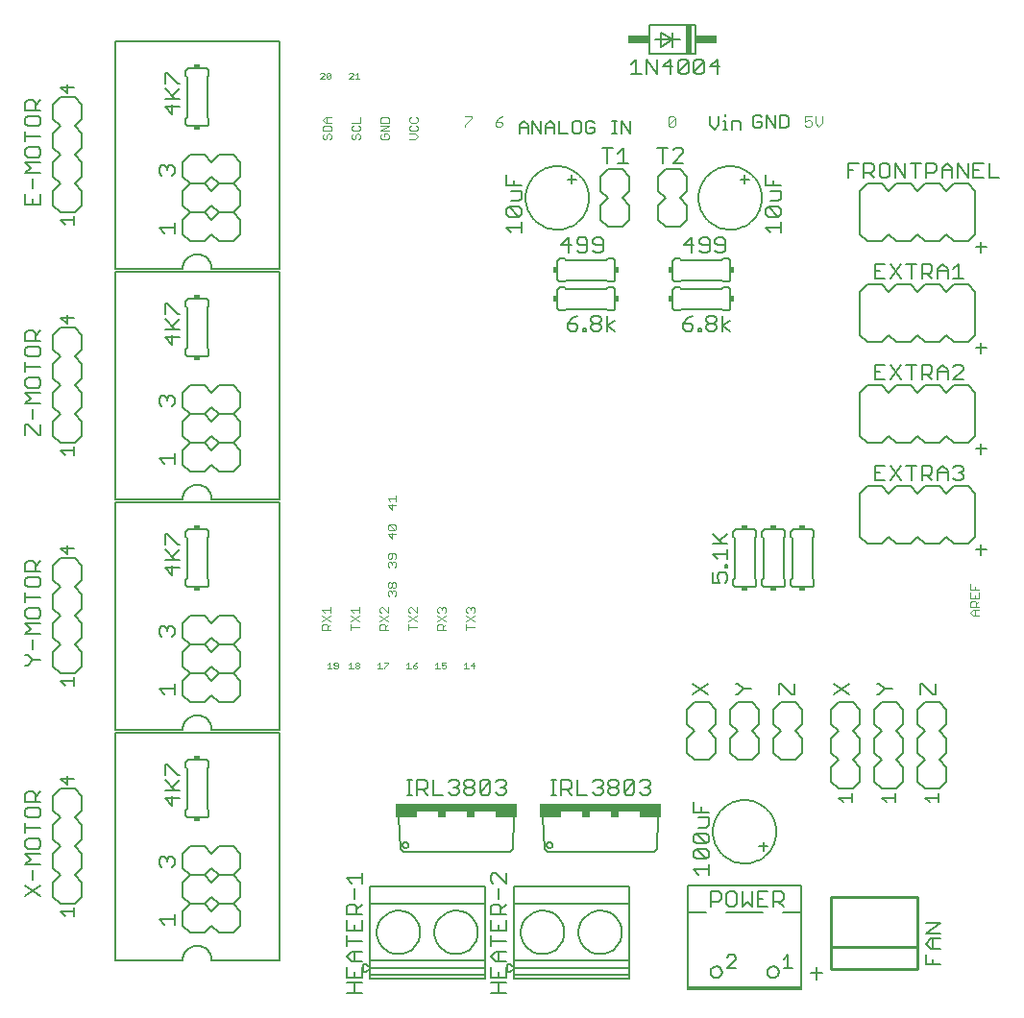
<source format=gbr>
G75*
G70*
%OFA0B0*%
%FSLAX24Y24*%
%IPPOS*%
%LPD*%
%AMOC8*
5,1,8,0,0,1.08239X$1,22.5*
%
%ADD10C,0.0060*%
%ADD11R,0.4200X0.0300*%
%ADD12R,0.0750X0.0200*%
%ADD13R,0.0300X0.0200*%
%ADD14C,0.0030*%
%ADD15C,0.0040*%
%ADD16C,0.0050*%
%ADD17C,0.0080*%
%ADD18R,0.0200X0.1000*%
%ADD19R,0.0750X0.0300*%
%ADD20C,0.0100*%
%ADD21R,0.0200X0.0150*%
%ADD22R,0.0150X0.0200*%
D10*
X003751Y001651D02*
X003751Y009551D01*
X009451Y009551D01*
X009451Y001651D01*
X007101Y001651D01*
X007099Y001695D01*
X007093Y001738D01*
X007084Y001780D01*
X007071Y001822D01*
X007054Y001862D01*
X007034Y001901D01*
X007011Y001938D01*
X006984Y001972D01*
X006955Y002005D01*
X006922Y002034D01*
X006888Y002061D01*
X006851Y002084D01*
X006812Y002104D01*
X006772Y002121D01*
X006730Y002134D01*
X006688Y002143D01*
X006645Y002149D01*
X006601Y002151D01*
X006557Y002149D01*
X006514Y002143D01*
X006472Y002134D01*
X006430Y002121D01*
X006390Y002104D01*
X006351Y002084D01*
X006314Y002061D01*
X006280Y002034D01*
X006247Y002005D01*
X006218Y001972D01*
X006191Y001938D01*
X006168Y001901D01*
X006148Y001862D01*
X006131Y001822D01*
X006118Y001780D01*
X006109Y001738D01*
X006103Y001695D01*
X006101Y001651D01*
X003751Y001651D01*
X005290Y003058D02*
X005821Y003058D01*
X005821Y002881D02*
X005821Y003235D01*
X005467Y002881D02*
X005290Y003058D01*
X005378Y004881D02*
X005290Y004969D01*
X005290Y005146D01*
X005378Y005235D01*
X005467Y005235D01*
X005555Y005146D01*
X005644Y005235D01*
X005732Y005235D01*
X005821Y005146D01*
X005821Y004969D01*
X005732Y004881D01*
X005555Y005058D02*
X005555Y005146D01*
X006301Y006601D02*
X006901Y006601D01*
X006918Y006603D01*
X006935Y006607D01*
X006951Y006614D01*
X006965Y006624D01*
X006978Y006637D01*
X006988Y006651D01*
X006995Y006667D01*
X006999Y006684D01*
X007001Y006701D01*
X007001Y006851D01*
X006951Y006901D01*
X006951Y008301D01*
X007001Y008351D01*
X007001Y008501D01*
X006999Y008518D01*
X006995Y008535D01*
X006988Y008551D01*
X006978Y008565D01*
X006965Y008578D01*
X006951Y008588D01*
X006935Y008595D01*
X006918Y008599D01*
X006901Y008601D01*
X006301Y008601D01*
X006284Y008599D01*
X006267Y008595D01*
X006251Y008588D01*
X006237Y008578D01*
X006224Y008565D01*
X006214Y008551D01*
X006207Y008535D01*
X006203Y008518D01*
X006201Y008501D01*
X006201Y008351D01*
X006251Y008301D01*
X006251Y006901D01*
X006201Y006851D01*
X006201Y006701D01*
X006203Y006684D01*
X006207Y006667D01*
X006214Y006651D01*
X006224Y006637D01*
X006237Y006624D01*
X006251Y006614D01*
X006267Y006607D01*
X006284Y006603D01*
X006301Y006601D01*
X005745Y006991D02*
X005745Y007345D01*
X005834Y007535D02*
X005480Y007889D01*
X005480Y008078D02*
X005480Y008432D01*
X005568Y008432D01*
X005922Y008078D01*
X006011Y008078D01*
X006011Y007889D02*
X005745Y007623D01*
X005480Y007535D02*
X006011Y007535D01*
X006011Y007256D02*
X005480Y007256D01*
X005745Y006991D01*
X006101Y009651D02*
X003751Y009651D01*
X003751Y017551D01*
X009451Y017551D01*
X009451Y009651D01*
X007101Y009651D01*
X007099Y009695D01*
X007093Y009738D01*
X007084Y009780D01*
X007071Y009822D01*
X007054Y009862D01*
X007034Y009901D01*
X007011Y009938D01*
X006984Y009972D01*
X006955Y010005D01*
X006922Y010034D01*
X006888Y010061D01*
X006851Y010084D01*
X006812Y010104D01*
X006772Y010121D01*
X006730Y010134D01*
X006688Y010143D01*
X006645Y010149D01*
X006601Y010151D01*
X006557Y010149D01*
X006514Y010143D01*
X006472Y010134D01*
X006430Y010121D01*
X006390Y010104D01*
X006351Y010084D01*
X006314Y010061D01*
X006280Y010034D01*
X006247Y010005D01*
X006218Y009972D01*
X006191Y009938D01*
X006168Y009901D01*
X006148Y009862D01*
X006131Y009822D01*
X006118Y009780D01*
X006109Y009738D01*
X006103Y009695D01*
X006101Y009651D01*
X005821Y010881D02*
X005821Y011235D01*
X005821Y011058D02*
X005290Y011058D01*
X005467Y010881D01*
X005378Y012881D02*
X005290Y012969D01*
X005290Y013146D01*
X005378Y013235D01*
X005467Y013235D01*
X005555Y013146D01*
X005644Y013235D01*
X005732Y013235D01*
X005821Y013146D01*
X005821Y012969D01*
X005732Y012881D01*
X005555Y013058D02*
X005555Y013146D01*
X006301Y014601D02*
X006901Y014601D01*
X006918Y014603D01*
X006935Y014607D01*
X006951Y014614D01*
X006965Y014624D01*
X006978Y014637D01*
X006988Y014651D01*
X006995Y014667D01*
X006999Y014684D01*
X007001Y014701D01*
X007001Y014851D01*
X006951Y014901D01*
X006951Y016301D01*
X007001Y016351D01*
X007001Y016501D01*
X006999Y016518D01*
X006995Y016535D01*
X006988Y016551D01*
X006978Y016565D01*
X006965Y016578D01*
X006951Y016588D01*
X006935Y016595D01*
X006918Y016599D01*
X006901Y016601D01*
X006301Y016601D01*
X006284Y016599D01*
X006267Y016595D01*
X006251Y016588D01*
X006237Y016578D01*
X006224Y016565D01*
X006214Y016551D01*
X006207Y016535D01*
X006203Y016518D01*
X006201Y016501D01*
X006201Y016351D01*
X006251Y016301D01*
X006251Y014901D01*
X006201Y014851D01*
X006201Y014701D01*
X006203Y014684D01*
X006207Y014667D01*
X006214Y014651D01*
X006224Y014637D01*
X006237Y014624D01*
X006251Y014614D01*
X006267Y014607D01*
X006284Y014603D01*
X006301Y014601D01*
X005745Y014991D02*
X005745Y015345D01*
X005834Y015535D02*
X005480Y015889D01*
X005480Y016078D02*
X005480Y016432D01*
X005568Y016432D01*
X005922Y016078D01*
X006011Y016078D01*
X006011Y015889D02*
X005745Y015623D01*
X005480Y015535D02*
X006011Y015535D01*
X006011Y015256D02*
X005480Y015256D01*
X005745Y014991D01*
X006101Y017651D02*
X003751Y017651D01*
X003751Y025551D01*
X009451Y025551D01*
X009451Y017651D01*
X007101Y017651D01*
X007099Y017695D01*
X007093Y017738D01*
X007084Y017780D01*
X007071Y017822D01*
X007054Y017862D01*
X007034Y017901D01*
X007011Y017938D01*
X006984Y017972D01*
X006955Y018005D01*
X006922Y018034D01*
X006888Y018061D01*
X006851Y018084D01*
X006812Y018104D01*
X006772Y018121D01*
X006730Y018134D01*
X006688Y018143D01*
X006645Y018149D01*
X006601Y018151D01*
X006557Y018149D01*
X006514Y018143D01*
X006472Y018134D01*
X006430Y018121D01*
X006390Y018104D01*
X006351Y018084D01*
X006314Y018061D01*
X006280Y018034D01*
X006247Y018005D01*
X006218Y017972D01*
X006191Y017938D01*
X006168Y017901D01*
X006148Y017862D01*
X006131Y017822D01*
X006118Y017780D01*
X006109Y017738D01*
X006103Y017695D01*
X006101Y017651D01*
X005821Y018881D02*
X005821Y019235D01*
X005821Y019058D02*
X005290Y019058D01*
X005467Y018881D01*
X005378Y020881D02*
X005290Y020969D01*
X005290Y021146D01*
X005378Y021235D01*
X005467Y021235D01*
X005555Y021146D01*
X005644Y021235D01*
X005732Y021235D01*
X005821Y021146D01*
X005821Y020969D01*
X005732Y020881D01*
X005555Y021058D02*
X005555Y021146D01*
X006301Y022601D02*
X006901Y022601D01*
X006918Y022603D01*
X006935Y022607D01*
X006951Y022614D01*
X006965Y022624D01*
X006978Y022637D01*
X006988Y022651D01*
X006995Y022667D01*
X006999Y022684D01*
X007001Y022701D01*
X007001Y022851D01*
X006951Y022901D01*
X006951Y024301D01*
X007001Y024351D01*
X007001Y024501D01*
X006999Y024518D01*
X006995Y024535D01*
X006988Y024551D01*
X006978Y024565D01*
X006965Y024578D01*
X006951Y024588D01*
X006935Y024595D01*
X006918Y024599D01*
X006901Y024601D01*
X006301Y024601D01*
X006284Y024599D01*
X006267Y024595D01*
X006251Y024588D01*
X006237Y024578D01*
X006224Y024565D01*
X006214Y024551D01*
X006207Y024535D01*
X006203Y024518D01*
X006201Y024501D01*
X006201Y024351D01*
X006251Y024301D01*
X006251Y022901D01*
X006201Y022851D01*
X006201Y022701D01*
X006203Y022684D01*
X006207Y022667D01*
X006214Y022651D01*
X006224Y022637D01*
X006237Y022624D01*
X006251Y022614D01*
X006267Y022607D01*
X006284Y022603D01*
X006301Y022601D01*
X005745Y022991D02*
X005745Y023345D01*
X005834Y023535D02*
X005480Y023889D01*
X005480Y024078D02*
X005480Y024432D01*
X005568Y024432D01*
X005922Y024078D01*
X006011Y024078D01*
X006011Y023889D02*
X005745Y023623D01*
X005480Y023535D02*
X006011Y023535D01*
X006011Y023256D02*
X005480Y023256D01*
X005745Y022991D01*
X006101Y025651D02*
X003751Y025651D01*
X003751Y033551D01*
X009451Y033551D01*
X009451Y025651D01*
X007101Y025651D01*
X007099Y025695D01*
X007093Y025738D01*
X007084Y025780D01*
X007071Y025822D01*
X007054Y025862D01*
X007034Y025901D01*
X007011Y025938D01*
X006984Y025972D01*
X006955Y026005D01*
X006922Y026034D01*
X006888Y026061D01*
X006851Y026084D01*
X006812Y026104D01*
X006772Y026121D01*
X006730Y026134D01*
X006688Y026143D01*
X006645Y026149D01*
X006601Y026151D01*
X006557Y026149D01*
X006514Y026143D01*
X006472Y026134D01*
X006430Y026121D01*
X006390Y026104D01*
X006351Y026084D01*
X006314Y026061D01*
X006280Y026034D01*
X006247Y026005D01*
X006218Y025972D01*
X006191Y025938D01*
X006168Y025901D01*
X006148Y025862D01*
X006131Y025822D01*
X006118Y025780D01*
X006109Y025738D01*
X006103Y025695D01*
X006101Y025651D01*
X005821Y026881D02*
X005821Y027235D01*
X005821Y027058D02*
X005290Y027058D01*
X005467Y026881D01*
X005378Y028881D02*
X005290Y028969D01*
X005290Y029146D01*
X005378Y029235D01*
X005467Y029235D01*
X005555Y029146D01*
X005644Y029235D01*
X005732Y029235D01*
X005821Y029146D01*
X005821Y028969D01*
X005732Y028881D01*
X005555Y029058D02*
X005555Y029146D01*
X006301Y030601D02*
X006901Y030601D01*
X006918Y030603D01*
X006935Y030607D01*
X006951Y030614D01*
X006965Y030624D01*
X006978Y030637D01*
X006988Y030651D01*
X006995Y030667D01*
X006999Y030684D01*
X007001Y030701D01*
X007001Y030851D01*
X006951Y030901D01*
X006951Y032301D01*
X007001Y032351D01*
X007001Y032501D01*
X006999Y032518D01*
X006995Y032535D01*
X006988Y032551D01*
X006978Y032565D01*
X006965Y032578D01*
X006951Y032588D01*
X006935Y032595D01*
X006918Y032599D01*
X006901Y032601D01*
X006301Y032601D01*
X006284Y032599D01*
X006267Y032595D01*
X006251Y032588D01*
X006237Y032578D01*
X006224Y032565D01*
X006214Y032551D01*
X006207Y032535D01*
X006203Y032518D01*
X006201Y032501D01*
X006201Y032351D01*
X006251Y032301D01*
X006251Y030901D01*
X006201Y030851D01*
X006201Y030701D01*
X006203Y030684D01*
X006207Y030667D01*
X006214Y030651D01*
X006224Y030637D01*
X006237Y030624D01*
X006251Y030614D01*
X006267Y030607D01*
X006284Y030603D01*
X006301Y030601D01*
X005745Y030991D02*
X005480Y031256D01*
X006011Y031256D01*
X006011Y031535D02*
X005480Y031535D01*
X005745Y031623D02*
X006011Y031889D01*
X006011Y032078D02*
X005922Y032078D01*
X005568Y032432D01*
X005480Y032432D01*
X005480Y032078D01*
X005480Y031889D02*
X005834Y031535D01*
X005745Y031345D02*
X005745Y030991D01*
X002601Y030851D02*
X002351Y030601D01*
X002601Y030351D01*
X002601Y029851D01*
X002351Y029601D01*
X002601Y029351D01*
X002601Y028851D01*
X002351Y028601D01*
X002601Y028351D01*
X002601Y027851D01*
X002351Y027601D01*
X001851Y027601D01*
X001601Y027851D01*
X001601Y028351D01*
X001851Y028601D01*
X001601Y028851D01*
X001601Y029351D01*
X001851Y029601D01*
X001601Y029851D01*
X001601Y030351D01*
X001851Y030601D01*
X001601Y030851D01*
X001601Y031351D01*
X001851Y031601D01*
X002351Y031601D01*
X002601Y031351D01*
X002601Y030851D01*
X001171Y030865D02*
X001082Y030953D01*
X000728Y030953D01*
X000640Y030865D01*
X000640Y030688D01*
X000728Y030599D01*
X001082Y030599D01*
X001171Y030688D01*
X001171Y030865D01*
X001171Y031143D02*
X000640Y031143D01*
X000640Y031409D01*
X000728Y031497D01*
X000905Y031497D01*
X000994Y031409D01*
X000994Y031143D01*
X000994Y031320D02*
X001171Y031497D01*
X000640Y030410D02*
X000640Y030056D01*
X000640Y030233D02*
X001171Y030233D01*
X001082Y029866D02*
X000728Y029866D01*
X000640Y029777D01*
X000640Y029600D01*
X000728Y029512D01*
X001082Y029512D01*
X001171Y029600D01*
X001171Y029777D01*
X001082Y029866D01*
X001171Y029322D02*
X000640Y029322D01*
X000817Y029145D01*
X000640Y028968D01*
X001171Y028968D01*
X000905Y028779D02*
X000905Y028425D01*
X000640Y028235D02*
X000640Y027881D01*
X001171Y027881D01*
X001171Y028235D01*
X000905Y028058D02*
X000905Y027881D01*
X001851Y023601D02*
X002351Y023601D01*
X002601Y023351D01*
X002601Y022851D01*
X002351Y022601D01*
X002601Y022351D01*
X002601Y021851D01*
X002351Y021601D01*
X002601Y021351D01*
X002601Y020851D01*
X002351Y020601D01*
X002601Y020351D01*
X002601Y019851D01*
X002351Y019601D01*
X001851Y019601D01*
X001601Y019851D01*
X001601Y020351D01*
X001851Y020601D01*
X001601Y020851D01*
X001601Y021351D01*
X001851Y021601D01*
X001601Y021851D01*
X001601Y022351D01*
X001851Y022601D01*
X001601Y022851D01*
X001601Y023351D01*
X001851Y023601D01*
X001171Y023497D02*
X000994Y023320D01*
X000994Y023409D02*
X000994Y023143D01*
X001171Y023143D02*
X000640Y023143D01*
X000640Y023409D01*
X000728Y023497D01*
X000905Y023497D01*
X000994Y023409D01*
X001082Y022953D02*
X000728Y022953D01*
X000640Y022865D01*
X000640Y022688D01*
X000728Y022599D01*
X001082Y022599D01*
X001171Y022688D01*
X001171Y022865D01*
X001082Y022953D01*
X000640Y022410D02*
X000640Y022056D01*
X000640Y022233D02*
X001171Y022233D01*
X001082Y021866D02*
X000728Y021866D01*
X000640Y021777D01*
X000640Y021600D01*
X000728Y021512D01*
X001082Y021512D01*
X001171Y021600D01*
X001171Y021777D01*
X001082Y021866D01*
X001171Y021322D02*
X000640Y021322D01*
X000817Y021145D01*
X000640Y020968D01*
X001171Y020968D01*
X000905Y020779D02*
X000905Y020425D01*
X000728Y020235D02*
X001082Y019881D01*
X001171Y019881D01*
X001171Y020235D01*
X000728Y020235D02*
X000640Y020235D01*
X000640Y019881D01*
X000728Y015497D02*
X000905Y015497D01*
X000994Y015409D01*
X000994Y015143D01*
X001171Y015143D02*
X000640Y015143D01*
X000640Y015409D01*
X000728Y015497D01*
X000994Y015320D02*
X001171Y015497D01*
X001601Y015351D02*
X001851Y015601D01*
X002351Y015601D01*
X002601Y015351D01*
X002601Y014851D01*
X002351Y014601D01*
X002601Y014351D01*
X002601Y013851D01*
X002351Y013601D01*
X002601Y013351D01*
X002601Y012851D01*
X002351Y012601D01*
X002601Y012351D01*
X002601Y011851D01*
X002351Y011601D01*
X001851Y011601D01*
X001601Y011851D01*
X001601Y012351D01*
X001851Y012601D01*
X001601Y012851D01*
X001601Y013351D01*
X001851Y013601D01*
X001601Y013851D01*
X001601Y014351D01*
X001851Y014601D01*
X001601Y014851D01*
X001601Y015351D01*
X001171Y014865D02*
X001082Y014953D01*
X000728Y014953D01*
X000640Y014865D01*
X000640Y014688D01*
X000728Y014599D01*
X001082Y014599D01*
X001171Y014688D01*
X001171Y014865D01*
X001171Y014233D02*
X000640Y014233D01*
X000640Y014056D02*
X000640Y014410D01*
X000728Y013866D02*
X000640Y013777D01*
X000640Y013600D01*
X000728Y013512D01*
X001082Y013512D01*
X001171Y013600D01*
X001171Y013777D01*
X001082Y013866D01*
X000728Y013866D01*
X000640Y013322D02*
X001171Y013322D01*
X001171Y012968D02*
X000640Y012968D01*
X000817Y013145D01*
X000640Y013322D01*
X000905Y012779D02*
X000905Y012425D01*
X000728Y012235D02*
X000640Y012235D01*
X000728Y012235D02*
X000905Y012058D01*
X001171Y012058D01*
X000905Y012058D02*
X000728Y011881D01*
X000640Y011881D01*
X000728Y007497D02*
X000905Y007497D01*
X000994Y007409D01*
X000994Y007143D01*
X001171Y007143D02*
X000640Y007143D01*
X000640Y007409D01*
X000728Y007497D01*
X000994Y007320D02*
X001171Y007497D01*
X001601Y007351D02*
X001851Y007601D01*
X002351Y007601D01*
X002601Y007351D01*
X002601Y006851D01*
X002351Y006601D01*
X002601Y006351D01*
X002601Y005851D01*
X002351Y005601D01*
X002601Y005351D01*
X002601Y004851D01*
X002351Y004601D01*
X002601Y004351D01*
X002601Y003851D01*
X002351Y003601D01*
X001851Y003601D01*
X001601Y003851D01*
X001601Y004351D01*
X001851Y004601D01*
X001601Y004851D01*
X001601Y005351D01*
X001851Y005601D01*
X001601Y005851D01*
X001601Y006351D01*
X001851Y006601D01*
X001601Y006851D01*
X001601Y007351D01*
X001171Y006865D02*
X001082Y006953D01*
X000728Y006953D01*
X000640Y006865D01*
X000640Y006688D01*
X000728Y006599D01*
X001082Y006599D01*
X001171Y006688D01*
X001171Y006865D01*
X001171Y006233D02*
X000640Y006233D01*
X000640Y006056D02*
X000640Y006410D01*
X000728Y005866D02*
X000640Y005777D01*
X000640Y005600D01*
X000728Y005512D01*
X001082Y005512D01*
X001171Y005600D01*
X001171Y005777D01*
X001082Y005866D01*
X000728Y005866D01*
X000640Y005322D02*
X001171Y005322D01*
X001171Y004968D02*
X000640Y004968D01*
X000817Y005145D01*
X000640Y005322D01*
X000905Y004779D02*
X000905Y004425D01*
X000640Y004235D02*
X001171Y003881D01*
X001171Y004235D02*
X000640Y003881D01*
X011790Y003494D02*
X011878Y003583D01*
X012055Y003583D01*
X012144Y003494D01*
X012144Y003229D01*
X012321Y003229D02*
X011790Y003229D01*
X011790Y003494D01*
X012144Y003406D02*
X012321Y003583D01*
X012055Y003773D02*
X012055Y004127D01*
X011967Y004316D02*
X011790Y004493D01*
X012321Y004493D01*
X012321Y004316D02*
X012321Y004670D01*
X013651Y005501D02*
X013601Y006651D01*
X013881Y007381D02*
X014058Y007381D01*
X013969Y007381D02*
X013969Y007912D01*
X013881Y007912D02*
X014058Y007912D01*
X014243Y007912D02*
X014509Y007912D01*
X014597Y007823D01*
X014597Y007646D01*
X014509Y007558D01*
X014243Y007558D01*
X014243Y007381D02*
X014243Y007912D01*
X014420Y007558D02*
X014597Y007381D01*
X014787Y007381D02*
X015141Y007381D01*
X015331Y007469D02*
X015419Y007381D01*
X015596Y007381D01*
X015685Y007469D01*
X015685Y007558D01*
X015596Y007646D01*
X015508Y007646D01*
X015596Y007646D02*
X015685Y007735D01*
X015685Y007823D01*
X015596Y007912D01*
X015419Y007912D01*
X015331Y007823D01*
X014787Y007912D02*
X014787Y007381D01*
X015874Y007469D02*
X015963Y007381D01*
X016140Y007381D01*
X016228Y007469D01*
X016228Y007558D01*
X016140Y007646D01*
X015963Y007646D01*
X015874Y007735D01*
X015874Y007823D01*
X015963Y007912D01*
X016140Y007912D01*
X016228Y007823D01*
X016228Y007735D01*
X016140Y007646D01*
X015963Y007646D02*
X015874Y007558D01*
X015874Y007469D01*
X016418Y007469D02*
X016507Y007381D01*
X016684Y007381D01*
X016772Y007469D01*
X016772Y007823D01*
X016418Y007469D01*
X016418Y007823D01*
X016507Y007912D01*
X016684Y007912D01*
X016772Y007823D01*
X016962Y007823D02*
X017050Y007912D01*
X017227Y007912D01*
X017316Y007823D01*
X017316Y007735D01*
X017227Y007646D01*
X017316Y007558D01*
X017316Y007469D01*
X017227Y007381D01*
X017050Y007381D01*
X016962Y007469D01*
X017139Y007646D02*
X017227Y007646D01*
X017601Y006651D02*
X017551Y005501D01*
X017451Y005401D01*
X013751Y005401D01*
X013651Y005501D01*
X013731Y005641D02*
X013733Y005661D01*
X013739Y005679D01*
X013748Y005697D01*
X013760Y005712D01*
X013775Y005724D01*
X013793Y005733D01*
X013811Y005739D01*
X013831Y005741D01*
X013851Y005739D01*
X013869Y005733D01*
X013887Y005724D01*
X013902Y005712D01*
X013914Y005697D01*
X013923Y005679D01*
X013929Y005661D01*
X013931Y005641D01*
X013929Y005621D01*
X013923Y005603D01*
X013914Y005585D01*
X013902Y005570D01*
X013887Y005558D01*
X013869Y005549D01*
X013851Y005543D01*
X013831Y005541D01*
X013811Y005543D01*
X013793Y005549D01*
X013775Y005558D01*
X013760Y005570D01*
X013748Y005585D01*
X013739Y005603D01*
X013733Y005621D01*
X013731Y005641D01*
X012321Y003039D02*
X012321Y002685D01*
X011790Y002685D01*
X011790Y003039D01*
X012055Y002862D02*
X012055Y002685D01*
X011790Y002495D02*
X011790Y002141D01*
X011790Y002318D02*
X012321Y002318D01*
X012321Y001952D02*
X011967Y001952D01*
X011790Y001775D01*
X011967Y001598D01*
X012321Y001598D01*
X012321Y001408D02*
X012321Y001054D01*
X011790Y001054D01*
X011790Y001408D01*
X012055Y001231D02*
X012055Y001054D01*
X012055Y000864D02*
X012055Y000510D01*
X011790Y000510D02*
X012321Y000510D01*
X012321Y000864D02*
X011790Y000864D01*
X012055Y001598D02*
X012055Y001952D01*
X016790Y001775D02*
X016967Y001598D01*
X017321Y001598D01*
X017321Y001408D02*
X017321Y001054D01*
X016790Y001054D01*
X016790Y001408D01*
X017055Y001231D02*
X017055Y001054D01*
X017055Y000864D02*
X017055Y000510D01*
X016790Y000510D02*
X017321Y000510D01*
X017321Y000864D02*
X016790Y000864D01*
X017055Y001598D02*
X017055Y001952D01*
X016967Y001952D02*
X017321Y001952D01*
X016967Y001952D02*
X016790Y001775D01*
X016790Y002141D02*
X016790Y002495D01*
X016790Y002318D02*
X017321Y002318D01*
X017321Y002685D02*
X016790Y002685D01*
X016790Y003039D01*
X016790Y003229D02*
X016790Y003494D01*
X016878Y003583D01*
X017055Y003583D01*
X017144Y003494D01*
X017144Y003229D01*
X017321Y003229D02*
X016790Y003229D01*
X017144Y003406D02*
X017321Y003583D01*
X017055Y003773D02*
X017055Y004127D01*
X016878Y004316D02*
X016790Y004405D01*
X016790Y004582D01*
X016878Y004670D01*
X016967Y004670D01*
X017321Y004316D01*
X017321Y004670D01*
X018651Y005501D02*
X018601Y006651D01*
X018881Y007381D02*
X019058Y007381D01*
X018969Y007381D02*
X018969Y007912D01*
X018881Y007912D02*
X019058Y007912D01*
X019243Y007912D02*
X019509Y007912D01*
X019597Y007823D01*
X019597Y007646D01*
X019509Y007558D01*
X019243Y007558D01*
X019243Y007381D02*
X019243Y007912D01*
X019420Y007558D02*
X019597Y007381D01*
X019787Y007381D02*
X020141Y007381D01*
X020331Y007469D02*
X020419Y007381D01*
X020596Y007381D01*
X020685Y007469D01*
X020685Y007558D01*
X020596Y007646D01*
X020508Y007646D01*
X020596Y007646D02*
X020685Y007735D01*
X020685Y007823D01*
X020596Y007912D01*
X020419Y007912D01*
X020331Y007823D01*
X019787Y007912D02*
X019787Y007381D01*
X020874Y007469D02*
X020963Y007381D01*
X021140Y007381D01*
X021228Y007469D01*
X021228Y007558D01*
X021140Y007646D01*
X020963Y007646D01*
X020874Y007735D01*
X020874Y007823D01*
X020963Y007912D01*
X021140Y007912D01*
X021228Y007823D01*
X021228Y007735D01*
X021140Y007646D01*
X020963Y007646D02*
X020874Y007558D01*
X020874Y007469D01*
X021418Y007469D02*
X021418Y007823D01*
X021507Y007912D01*
X021684Y007912D01*
X021772Y007823D01*
X021418Y007469D01*
X021507Y007381D01*
X021684Y007381D01*
X021772Y007469D01*
X021772Y007823D01*
X021962Y007823D02*
X022050Y007912D01*
X022227Y007912D01*
X022316Y007823D01*
X022316Y007735D01*
X022227Y007646D01*
X022316Y007558D01*
X022316Y007469D01*
X022227Y007381D01*
X022050Y007381D01*
X021962Y007469D01*
X022139Y007646D02*
X022227Y007646D01*
X022601Y006651D02*
X022551Y005501D01*
X022451Y005401D01*
X018751Y005401D01*
X018651Y005501D01*
X018731Y005641D02*
X018733Y005661D01*
X018739Y005679D01*
X018748Y005697D01*
X018760Y005712D01*
X018775Y005724D01*
X018793Y005733D01*
X018811Y005739D01*
X018831Y005741D01*
X018851Y005739D01*
X018869Y005733D01*
X018887Y005724D01*
X018902Y005712D01*
X018914Y005697D01*
X018923Y005679D01*
X018929Y005661D01*
X018931Y005641D01*
X018929Y005621D01*
X018923Y005603D01*
X018914Y005585D01*
X018902Y005570D01*
X018887Y005558D01*
X018869Y005549D01*
X018851Y005543D01*
X018831Y005541D01*
X018811Y005543D01*
X018793Y005549D01*
X018775Y005558D01*
X018760Y005570D01*
X018748Y005585D01*
X018739Y005603D01*
X018733Y005621D01*
X018731Y005641D01*
X017321Y003039D02*
X017321Y002685D01*
X017055Y002685D02*
X017055Y002862D01*
X023635Y003311D02*
X023635Y000711D01*
X027565Y000711D01*
X027565Y000631D01*
X023635Y000631D01*
X023635Y000711D01*
X024415Y001231D02*
X024417Y001259D01*
X024423Y001286D01*
X024432Y001312D01*
X024445Y001337D01*
X024462Y001360D01*
X024481Y001380D01*
X024503Y001397D01*
X024527Y001411D01*
X024553Y001421D01*
X024580Y001428D01*
X024608Y001431D01*
X024636Y001430D01*
X024663Y001425D01*
X024690Y001416D01*
X024715Y001404D01*
X024738Y001389D01*
X024759Y001370D01*
X024777Y001349D01*
X024792Y001325D01*
X024803Y001299D01*
X024811Y001273D01*
X024815Y001245D01*
X024815Y001217D01*
X024811Y001189D01*
X024803Y001163D01*
X024792Y001137D01*
X024777Y001113D01*
X024759Y001092D01*
X024738Y001073D01*
X024715Y001058D01*
X024690Y001046D01*
X024663Y001037D01*
X024636Y001032D01*
X024608Y001031D01*
X024580Y001034D01*
X024553Y001041D01*
X024527Y001051D01*
X024503Y001065D01*
X024481Y001082D01*
X024462Y001102D01*
X024445Y001125D01*
X024432Y001150D01*
X024423Y001176D01*
X024417Y001203D01*
X024415Y001231D01*
X024265Y003311D02*
X023635Y003311D01*
X023635Y004251D01*
X027565Y004251D01*
X027565Y003311D01*
X027565Y000711D01*
X027881Y001201D02*
X028308Y001201D01*
X028094Y000988D02*
X028094Y001415D01*
X026385Y001231D02*
X026387Y001259D01*
X026393Y001286D01*
X026402Y001312D01*
X026415Y001337D01*
X026432Y001360D01*
X026451Y001380D01*
X026473Y001397D01*
X026497Y001411D01*
X026523Y001421D01*
X026550Y001428D01*
X026578Y001431D01*
X026606Y001430D01*
X026633Y001425D01*
X026660Y001416D01*
X026685Y001404D01*
X026708Y001389D01*
X026729Y001370D01*
X026747Y001349D01*
X026762Y001325D01*
X026773Y001299D01*
X026781Y001273D01*
X026785Y001245D01*
X026785Y001217D01*
X026781Y001189D01*
X026773Y001163D01*
X026762Y001137D01*
X026747Y001113D01*
X026729Y001092D01*
X026708Y001073D01*
X026685Y001058D01*
X026660Y001046D01*
X026633Y001037D01*
X026606Y001032D01*
X026578Y001031D01*
X026550Y001034D01*
X026523Y001041D01*
X026497Y001051D01*
X026473Y001065D01*
X026451Y001082D01*
X026432Y001102D01*
X026415Y001125D01*
X026402Y001150D01*
X026393Y001176D01*
X026387Y001203D01*
X026385Y001231D01*
X026235Y003311D02*
X024965Y003311D01*
X025058Y003510D02*
X025235Y003510D01*
X025324Y003599D01*
X025324Y003953D01*
X025235Y004041D01*
X025058Y004041D01*
X024970Y003953D01*
X024970Y003599D01*
X025058Y003510D01*
X024780Y003776D02*
X024692Y003687D01*
X024426Y003687D01*
X024426Y003510D02*
X024426Y004041D01*
X024692Y004041D01*
X024780Y003953D01*
X024780Y003776D01*
X025514Y004041D02*
X025514Y003510D01*
X025691Y003687D01*
X025868Y003510D01*
X025868Y004041D01*
X026057Y004041D02*
X026057Y003510D01*
X026411Y003510D01*
X026601Y003510D02*
X026601Y004041D01*
X026867Y004041D01*
X026955Y003953D01*
X026955Y003776D01*
X026867Y003687D01*
X026601Y003687D01*
X026778Y003687D02*
X026955Y003510D01*
X026935Y003311D02*
X027565Y003311D01*
X026411Y004041D02*
X026057Y004041D01*
X026057Y003776D02*
X026234Y003776D01*
X026251Y005451D02*
X026251Y005601D01*
X026101Y005601D01*
X026251Y005601D02*
X026251Y005751D01*
X026251Y005601D02*
X026401Y005601D01*
X024501Y006101D02*
X024503Y006167D01*
X024509Y006232D01*
X024519Y006297D01*
X024532Y006362D01*
X024550Y006425D01*
X024571Y006488D01*
X024596Y006548D01*
X024625Y006608D01*
X024657Y006665D01*
X024692Y006721D01*
X024731Y006774D01*
X024773Y006825D01*
X024817Y006873D01*
X024865Y006918D01*
X024915Y006961D01*
X024968Y007000D01*
X025023Y007037D01*
X025080Y007070D01*
X025139Y007099D01*
X025199Y007125D01*
X025261Y007147D01*
X025324Y007166D01*
X025388Y007180D01*
X025453Y007191D01*
X025519Y007198D01*
X025585Y007201D01*
X025650Y007200D01*
X025716Y007195D01*
X025781Y007186D01*
X025846Y007173D01*
X025909Y007157D01*
X025972Y007137D01*
X026033Y007112D01*
X026093Y007085D01*
X026151Y007054D01*
X026207Y007019D01*
X026261Y006981D01*
X026312Y006940D01*
X026361Y006896D01*
X026407Y006849D01*
X026451Y006800D01*
X026491Y006748D01*
X026528Y006693D01*
X026562Y006637D01*
X026592Y006578D01*
X026619Y006518D01*
X026642Y006457D01*
X026661Y006394D01*
X026677Y006330D01*
X026689Y006265D01*
X026697Y006200D01*
X026701Y006134D01*
X026701Y006068D01*
X026697Y006002D01*
X026689Y005937D01*
X026677Y005872D01*
X026661Y005808D01*
X026642Y005745D01*
X026619Y005684D01*
X026592Y005624D01*
X026562Y005565D01*
X026528Y005509D01*
X026491Y005454D01*
X026451Y005402D01*
X026407Y005353D01*
X026361Y005306D01*
X026312Y005262D01*
X026261Y005221D01*
X026207Y005183D01*
X026151Y005148D01*
X026093Y005117D01*
X026033Y005090D01*
X025972Y005065D01*
X025909Y005045D01*
X025846Y005029D01*
X025781Y005016D01*
X025716Y005007D01*
X025650Y005002D01*
X025585Y005001D01*
X025519Y005004D01*
X025453Y005011D01*
X025388Y005022D01*
X025324Y005036D01*
X025261Y005055D01*
X025199Y005077D01*
X025139Y005103D01*
X025080Y005132D01*
X025023Y005165D01*
X024968Y005202D01*
X024915Y005241D01*
X024865Y005284D01*
X024817Y005329D01*
X024773Y005377D01*
X024731Y005428D01*
X024692Y005481D01*
X024657Y005537D01*
X024625Y005594D01*
X024596Y005654D01*
X024571Y005714D01*
X024550Y005777D01*
X024532Y005840D01*
X024519Y005905D01*
X024509Y005970D01*
X024503Y006035D01*
X024501Y006101D01*
X024361Y005965D02*
X024273Y006053D01*
X023919Y006053D01*
X024273Y005699D01*
X024361Y005788D01*
X024361Y005965D01*
X024273Y005699D02*
X023919Y005699D01*
X023830Y005788D01*
X023830Y005965D01*
X023919Y006053D01*
X024007Y006243D02*
X024273Y006243D01*
X024361Y006332D01*
X024361Y006597D01*
X024007Y006597D01*
X024096Y006787D02*
X024096Y006964D01*
X024361Y006787D02*
X023830Y006787D01*
X023830Y007141D01*
X023919Y005510D02*
X024273Y005156D01*
X024361Y005244D01*
X024361Y005421D01*
X024273Y005510D01*
X023919Y005510D01*
X023830Y005421D01*
X023830Y005244D01*
X023919Y005156D01*
X024273Y005156D01*
X024361Y004966D02*
X024361Y004612D01*
X024361Y004789D02*
X023830Y004789D01*
X024007Y004612D01*
X028601Y007851D02*
X028851Y007601D01*
X029351Y007601D01*
X029601Y007851D01*
X029601Y008351D01*
X029351Y008601D01*
X029601Y008851D01*
X029601Y009351D01*
X029351Y009601D01*
X029601Y009851D01*
X029601Y010351D01*
X029351Y010601D01*
X028851Y010601D01*
X028601Y010351D01*
X028601Y009851D01*
X028851Y009601D01*
X028601Y009351D01*
X028601Y008851D01*
X028851Y008601D01*
X028601Y008351D01*
X028601Y007851D01*
X030101Y007851D02*
X030351Y007601D01*
X030851Y007601D01*
X031101Y007851D01*
X031101Y008351D01*
X030851Y008601D01*
X031101Y008851D01*
X031101Y009351D01*
X030851Y009601D01*
X031101Y009851D01*
X031101Y010351D01*
X030851Y010601D01*
X030351Y010601D01*
X030101Y010351D01*
X030101Y009851D01*
X030351Y009601D01*
X030101Y009351D01*
X030101Y008851D01*
X030351Y008601D01*
X030101Y008351D01*
X030101Y007851D01*
X031601Y007851D02*
X031851Y007601D01*
X032351Y007601D01*
X032601Y007851D01*
X032601Y008351D01*
X032351Y008601D01*
X032601Y008851D01*
X032601Y009351D01*
X032351Y009601D01*
X032601Y009851D01*
X032601Y010351D01*
X032351Y010601D01*
X031851Y010601D01*
X031601Y010351D01*
X031601Y009851D01*
X031851Y009601D01*
X031601Y009351D01*
X031601Y008851D01*
X031851Y008601D01*
X031601Y008351D01*
X031601Y007851D01*
X031690Y010881D02*
X031690Y011235D01*
X031778Y011235D01*
X032132Y010881D01*
X032221Y010881D01*
X032221Y011235D01*
X030721Y011058D02*
X030455Y011058D01*
X030278Y011235D01*
X030190Y011235D01*
X030455Y011058D02*
X030278Y010881D01*
X030190Y010881D01*
X029221Y010881D02*
X028690Y011235D01*
X028690Y010881D02*
X029221Y011235D01*
X027321Y011235D02*
X027321Y010881D01*
X027232Y010881D01*
X026878Y011235D01*
X026790Y011235D01*
X026790Y010881D01*
X025821Y011058D02*
X025555Y011058D01*
X025378Y011235D01*
X025290Y011235D01*
X025555Y011058D02*
X025378Y010881D01*
X025290Y010881D01*
X024321Y010881D02*
X023790Y011235D01*
X023790Y010881D02*
X024321Y011235D01*
X025301Y014601D02*
X025901Y014601D01*
X025918Y014603D01*
X025935Y014607D01*
X025951Y014614D01*
X025965Y014624D01*
X025978Y014637D01*
X025988Y014651D01*
X025995Y014667D01*
X025999Y014684D01*
X026001Y014701D01*
X026001Y014851D01*
X025951Y014901D01*
X025951Y016301D01*
X026001Y016351D01*
X026001Y016501D01*
X025999Y016518D01*
X025995Y016535D01*
X025988Y016551D01*
X025978Y016565D01*
X025965Y016578D01*
X025951Y016588D01*
X025935Y016595D01*
X025918Y016599D01*
X025901Y016601D01*
X025301Y016601D01*
X025284Y016599D01*
X025267Y016595D01*
X025251Y016588D01*
X025237Y016578D01*
X025224Y016565D01*
X025214Y016551D01*
X025207Y016535D01*
X025203Y016518D01*
X025201Y016501D01*
X025201Y016351D01*
X025251Y016301D01*
X025251Y014901D01*
X025201Y014851D01*
X025201Y014701D01*
X025203Y014684D01*
X025207Y014667D01*
X025214Y014651D01*
X025224Y014637D01*
X025237Y014624D01*
X025251Y014614D01*
X025267Y014607D01*
X025284Y014603D01*
X025301Y014601D01*
X025011Y014829D02*
X024922Y014741D01*
X025011Y014829D02*
X025011Y015006D01*
X024922Y015095D01*
X024745Y015095D01*
X024657Y015006D01*
X024657Y014918D01*
X024745Y014741D01*
X024480Y014741D01*
X024480Y015095D01*
X024922Y015285D02*
X024922Y015373D01*
X025011Y015373D01*
X025011Y015285D01*
X024922Y015285D01*
X025011Y015556D02*
X025011Y015910D01*
X025011Y015733D02*
X024480Y015733D01*
X024657Y015556D01*
X024834Y016100D02*
X024480Y016454D01*
X024480Y016100D02*
X025011Y016100D01*
X024745Y016189D02*
X025011Y016454D01*
X026201Y016501D02*
X026201Y016351D01*
X026251Y016301D01*
X026251Y014901D01*
X026201Y014851D01*
X026201Y014701D01*
X026203Y014684D01*
X026207Y014667D01*
X026214Y014651D01*
X026224Y014637D01*
X026237Y014624D01*
X026251Y014614D01*
X026267Y014607D01*
X026284Y014603D01*
X026301Y014601D01*
X026901Y014601D01*
X026918Y014603D01*
X026935Y014607D01*
X026951Y014614D01*
X026965Y014624D01*
X026978Y014637D01*
X026988Y014651D01*
X026995Y014667D01*
X026999Y014684D01*
X027001Y014701D01*
X027001Y014851D01*
X026951Y014901D01*
X026951Y016301D01*
X027001Y016351D01*
X027001Y016501D01*
X026999Y016518D01*
X026995Y016535D01*
X026988Y016551D01*
X026978Y016565D01*
X026965Y016578D01*
X026951Y016588D01*
X026935Y016595D01*
X026918Y016599D01*
X026901Y016601D01*
X026301Y016601D01*
X026284Y016599D01*
X026267Y016595D01*
X026251Y016588D01*
X026237Y016578D01*
X026224Y016565D01*
X026214Y016551D01*
X026207Y016535D01*
X026203Y016518D01*
X026201Y016501D01*
X027201Y016501D02*
X027201Y016351D01*
X027251Y016301D01*
X027251Y014901D01*
X027201Y014851D01*
X027201Y014701D01*
X027203Y014684D01*
X027207Y014667D01*
X027214Y014651D01*
X027224Y014637D01*
X027237Y014624D01*
X027251Y014614D01*
X027267Y014607D01*
X027284Y014603D01*
X027301Y014601D01*
X027901Y014601D01*
X027918Y014603D01*
X027935Y014607D01*
X027951Y014614D01*
X027965Y014624D01*
X027978Y014637D01*
X027988Y014651D01*
X027995Y014667D01*
X027999Y014684D01*
X028001Y014701D01*
X028001Y014851D01*
X027951Y014901D01*
X027951Y016301D01*
X028001Y016351D01*
X028001Y016501D01*
X027999Y016518D01*
X027995Y016535D01*
X027988Y016551D01*
X027978Y016565D01*
X027965Y016578D01*
X027951Y016588D01*
X027935Y016595D01*
X027918Y016599D01*
X027901Y016601D01*
X027301Y016601D01*
X027284Y016599D01*
X027267Y016595D01*
X027251Y016588D01*
X027237Y016578D01*
X027224Y016565D01*
X027214Y016551D01*
X027207Y016535D01*
X027203Y016518D01*
X027201Y016501D01*
X029601Y016351D02*
X029601Y017851D01*
X029851Y018101D01*
X030351Y018101D01*
X030601Y017851D01*
X030851Y018101D01*
X031351Y018101D01*
X031601Y017851D01*
X031851Y018101D01*
X032351Y018101D01*
X032601Y017851D01*
X032851Y018101D01*
X033351Y018101D01*
X033601Y017851D01*
X033601Y016351D01*
X033351Y016101D01*
X032851Y016101D01*
X032601Y016351D01*
X032351Y016101D01*
X031851Y016101D01*
X031601Y016351D01*
X031351Y016101D01*
X030851Y016101D01*
X030601Y016351D01*
X030351Y016101D01*
X029851Y016101D01*
X029601Y016351D01*
X030118Y018290D02*
X030472Y018290D01*
X030662Y018290D02*
X031016Y018821D01*
X031206Y018821D02*
X031560Y018821D01*
X031383Y018821D02*
X031383Y018290D01*
X031749Y018290D02*
X031749Y018821D01*
X032015Y018821D01*
X032103Y018733D01*
X032103Y018556D01*
X032015Y018467D01*
X031749Y018467D01*
X031926Y018467D02*
X032103Y018290D01*
X032293Y018290D02*
X032293Y018644D01*
X032470Y018821D01*
X032647Y018644D01*
X032647Y018290D01*
X032837Y018379D02*
X032925Y018290D01*
X033102Y018290D01*
X033191Y018379D01*
X033191Y018467D01*
X033102Y018556D01*
X033014Y018556D01*
X033102Y018556D02*
X033191Y018644D01*
X033191Y018733D01*
X033102Y018821D01*
X032925Y018821D01*
X032837Y018733D01*
X032647Y018556D02*
X032293Y018556D01*
X032351Y019601D02*
X031851Y019601D01*
X031601Y019851D01*
X031351Y019601D01*
X030851Y019601D01*
X030601Y019851D01*
X030351Y019601D01*
X029851Y019601D01*
X029601Y019851D01*
X029601Y021351D01*
X029851Y021601D01*
X030351Y021601D01*
X030601Y021351D01*
X030851Y021601D01*
X031351Y021601D01*
X031601Y021351D01*
X031851Y021601D01*
X032351Y021601D01*
X032601Y021351D01*
X032851Y021601D01*
X033351Y021601D01*
X033601Y021351D01*
X033601Y019851D01*
X033351Y019601D01*
X032851Y019601D01*
X032601Y019851D01*
X032351Y019601D01*
X033631Y019396D02*
X033985Y019396D01*
X033808Y019573D02*
X033808Y019219D01*
X033191Y021790D02*
X032837Y021790D01*
X033191Y022144D01*
X033191Y022233D01*
X033102Y022321D01*
X032925Y022321D01*
X032837Y022233D01*
X032647Y022144D02*
X032647Y021790D01*
X032647Y022056D02*
X032293Y022056D01*
X032293Y022144D02*
X032470Y022321D01*
X032647Y022144D01*
X032293Y022144D02*
X032293Y021790D01*
X032103Y021790D02*
X031926Y021967D01*
X032015Y021967D02*
X031749Y021967D01*
X031749Y021790D02*
X031749Y022321D01*
X032015Y022321D01*
X032103Y022233D01*
X032103Y022056D01*
X032015Y021967D01*
X031560Y022321D02*
X031206Y022321D01*
X031383Y022321D02*
X031383Y021790D01*
X031016Y021790D02*
X030662Y022321D01*
X030472Y022321D02*
X030118Y022321D01*
X030118Y021790D01*
X030472Y021790D01*
X030662Y021790D02*
X031016Y022321D01*
X030295Y022056D02*
X030118Y022056D01*
X030351Y023101D02*
X029851Y023101D01*
X029601Y023351D01*
X029601Y024851D01*
X029851Y025101D01*
X030351Y025101D01*
X030601Y024851D01*
X030851Y025101D01*
X031351Y025101D01*
X031601Y024851D01*
X031851Y025101D01*
X032351Y025101D01*
X032601Y024851D01*
X032851Y025101D01*
X033351Y025101D01*
X033601Y024851D01*
X033601Y023351D01*
X033351Y023101D01*
X032851Y023101D01*
X032601Y023351D01*
X032351Y023101D01*
X031851Y023101D01*
X031601Y023351D01*
X031351Y023101D01*
X030851Y023101D01*
X030601Y023351D01*
X030351Y023101D01*
X030472Y025290D02*
X030118Y025290D01*
X030118Y025821D01*
X030472Y025821D01*
X030662Y025821D02*
X031016Y025290D01*
X030662Y025290D02*
X031016Y025821D01*
X031206Y025821D02*
X031560Y025821D01*
X031383Y025821D02*
X031383Y025290D01*
X031749Y025290D02*
X031749Y025821D01*
X032015Y025821D01*
X032103Y025733D01*
X032103Y025556D01*
X032015Y025467D01*
X031749Y025467D01*
X031926Y025467D02*
X032103Y025290D01*
X032293Y025290D02*
X032293Y025644D01*
X032470Y025821D01*
X032647Y025644D01*
X032647Y025290D01*
X032837Y025290D02*
X033191Y025290D01*
X033014Y025290D02*
X033014Y025821D01*
X032837Y025644D01*
X032647Y025556D02*
X032293Y025556D01*
X032351Y026601D02*
X031851Y026601D01*
X031601Y026851D01*
X031351Y026601D01*
X030851Y026601D01*
X030601Y026851D01*
X030351Y026601D01*
X029851Y026601D01*
X029601Y026851D01*
X029601Y028351D01*
X029851Y028601D01*
X030351Y028601D01*
X030601Y028351D01*
X030851Y028601D01*
X031351Y028601D01*
X031601Y028351D01*
X031851Y028601D01*
X032351Y028601D01*
X032601Y028351D01*
X032851Y028601D01*
X033351Y028601D01*
X033601Y028351D01*
X033601Y026851D01*
X033351Y026601D01*
X032851Y026601D01*
X032601Y026851D01*
X032351Y026601D01*
X033631Y026396D02*
X033985Y026396D01*
X033808Y026573D02*
X033808Y026219D01*
X033897Y028790D02*
X033543Y028790D01*
X033543Y029321D01*
X033897Y029321D01*
X034087Y029321D02*
X034087Y028790D01*
X034441Y028790D01*
X033720Y029056D02*
X033543Y029056D01*
X033353Y028790D02*
X033353Y029321D01*
X032999Y029321D02*
X033353Y028790D01*
X032999Y028790D02*
X032999Y029321D01*
X032809Y029144D02*
X032809Y028790D01*
X032809Y029056D02*
X032456Y029056D01*
X032456Y029144D02*
X032632Y029321D01*
X032809Y029144D01*
X032456Y029144D02*
X032456Y028790D01*
X032266Y029056D02*
X032177Y028967D01*
X031912Y028967D01*
X031912Y028790D02*
X031912Y029321D01*
X032177Y029321D01*
X032266Y029233D01*
X032266Y029056D01*
X031722Y029321D02*
X031368Y029321D01*
X031545Y029321D02*
X031545Y028790D01*
X031178Y028790D02*
X031178Y029321D01*
X030824Y029321D02*
X031178Y028790D01*
X030824Y028790D02*
X030824Y029321D01*
X030635Y029233D02*
X030546Y029321D01*
X030369Y029321D01*
X030281Y029233D01*
X030281Y028879D01*
X030369Y028790D01*
X030546Y028790D01*
X030635Y028879D01*
X030635Y029233D01*
X030091Y029233D02*
X030091Y029056D01*
X030002Y028967D01*
X029737Y028967D01*
X029737Y028790D02*
X029737Y029321D01*
X030002Y029321D01*
X030091Y029233D01*
X029914Y028967D02*
X030091Y028790D01*
X029547Y029321D02*
X029193Y029321D01*
X029193Y028790D01*
X029193Y029056D02*
X029370Y029056D01*
X026861Y028537D02*
X026330Y028537D01*
X026330Y028891D01*
X026596Y028714D02*
X026596Y028537D01*
X026507Y028347D02*
X026861Y028347D01*
X026861Y028082D01*
X026773Y027993D01*
X026507Y027993D01*
X026419Y027803D02*
X026330Y027715D01*
X026330Y027538D01*
X026419Y027449D01*
X026773Y027449D01*
X026419Y027803D01*
X026773Y027803D01*
X026861Y027715D01*
X026861Y027538D01*
X026773Y027449D01*
X026861Y027260D02*
X026861Y026906D01*
X026861Y027083D02*
X026330Y027083D01*
X026507Y026906D01*
X024932Y026633D02*
X024932Y026279D01*
X024844Y026191D01*
X024667Y026191D01*
X024578Y026279D01*
X024389Y026279D02*
X024389Y026633D01*
X024300Y026722D01*
X024123Y026722D01*
X024035Y026633D01*
X024035Y026545D01*
X024123Y026456D01*
X024389Y026456D01*
X024389Y026279D02*
X024300Y026191D01*
X024123Y026191D01*
X024035Y026279D01*
X023845Y026456D02*
X023491Y026456D01*
X023756Y026722D01*
X023756Y026191D01*
X023401Y025951D02*
X023351Y026001D01*
X023201Y026001D01*
X023184Y025999D01*
X023167Y025995D01*
X023151Y025988D01*
X023137Y025978D01*
X023124Y025965D01*
X023114Y025951D01*
X023107Y025935D01*
X023103Y025918D01*
X023101Y025901D01*
X023101Y025301D01*
X023103Y025284D01*
X023107Y025267D01*
X023114Y025251D01*
X023124Y025237D01*
X023137Y025224D01*
X023151Y025214D01*
X023167Y025207D01*
X023184Y025203D01*
X023201Y025201D01*
X023351Y025201D01*
X023401Y025251D01*
X024801Y025251D01*
X024851Y025201D01*
X025001Y025201D01*
X025018Y025203D01*
X025035Y025207D01*
X025051Y025214D01*
X025065Y025224D01*
X025078Y025237D01*
X025088Y025251D01*
X025095Y025267D01*
X025099Y025284D01*
X025101Y025301D01*
X025101Y025901D01*
X025099Y025918D01*
X025095Y025935D01*
X025088Y025951D01*
X025078Y025965D01*
X025065Y025978D01*
X025051Y025988D01*
X025035Y025995D01*
X025018Y025999D01*
X025001Y026001D01*
X024851Y026001D01*
X024801Y025951D01*
X023401Y025951D01*
X023351Y025001D02*
X023201Y025001D01*
X023184Y024999D01*
X023167Y024995D01*
X023151Y024988D01*
X023137Y024978D01*
X023124Y024965D01*
X023114Y024951D01*
X023107Y024935D01*
X023103Y024918D01*
X023101Y024901D01*
X023101Y024301D01*
X023103Y024284D01*
X023107Y024267D01*
X023114Y024251D01*
X023124Y024237D01*
X023137Y024224D01*
X023151Y024214D01*
X023167Y024207D01*
X023184Y024203D01*
X023201Y024201D01*
X023351Y024201D01*
X023401Y024251D01*
X024801Y024251D01*
X024851Y024201D01*
X025001Y024201D01*
X025018Y024203D01*
X025035Y024207D01*
X025051Y024214D01*
X025065Y024224D01*
X025078Y024237D01*
X025088Y024251D01*
X025095Y024267D01*
X025099Y024284D01*
X025101Y024301D01*
X025101Y024901D01*
X025099Y024918D01*
X025095Y024935D01*
X025088Y024951D01*
X025078Y024965D01*
X025065Y024978D01*
X025051Y024988D01*
X025035Y024995D01*
X025018Y024999D01*
X025001Y025001D01*
X024851Y025001D01*
X024801Y024951D01*
X023401Y024951D01*
X023351Y025001D01*
X023812Y024011D02*
X023635Y023923D01*
X023458Y023746D01*
X023724Y023746D01*
X023812Y023657D01*
X023812Y023569D01*
X023724Y023480D01*
X023547Y023480D01*
X023458Y023569D01*
X023458Y023746D01*
X024002Y023569D02*
X024090Y023569D01*
X024090Y023480D01*
X024002Y023480D01*
X024002Y023569D01*
X024274Y023569D02*
X024274Y023657D01*
X024362Y023746D01*
X024539Y023746D01*
X024628Y023657D01*
X024628Y023569D01*
X024539Y023480D01*
X024362Y023480D01*
X024274Y023569D01*
X024362Y023746D02*
X024274Y023834D01*
X024274Y023923D01*
X024362Y024011D01*
X024539Y024011D01*
X024628Y023923D01*
X024628Y023834D01*
X024539Y023746D01*
X024818Y023657D02*
X025083Y023834D01*
X024818Y023657D02*
X025083Y023480D01*
X024818Y023480D02*
X024818Y024011D01*
X024932Y026456D02*
X024667Y026456D01*
X024578Y026545D01*
X024578Y026633D01*
X024667Y026722D01*
X024844Y026722D01*
X024932Y026633D01*
X024001Y028101D02*
X024003Y028167D01*
X024009Y028232D01*
X024019Y028297D01*
X024032Y028362D01*
X024050Y028425D01*
X024071Y028488D01*
X024096Y028548D01*
X024125Y028608D01*
X024157Y028665D01*
X024192Y028721D01*
X024231Y028774D01*
X024273Y028825D01*
X024317Y028873D01*
X024365Y028918D01*
X024415Y028961D01*
X024468Y029000D01*
X024523Y029037D01*
X024580Y029070D01*
X024639Y029099D01*
X024699Y029125D01*
X024761Y029147D01*
X024824Y029166D01*
X024888Y029180D01*
X024953Y029191D01*
X025019Y029198D01*
X025085Y029201D01*
X025150Y029200D01*
X025216Y029195D01*
X025281Y029186D01*
X025346Y029173D01*
X025409Y029157D01*
X025472Y029137D01*
X025533Y029112D01*
X025593Y029085D01*
X025651Y029054D01*
X025707Y029019D01*
X025761Y028981D01*
X025812Y028940D01*
X025861Y028896D01*
X025907Y028849D01*
X025951Y028800D01*
X025991Y028748D01*
X026028Y028693D01*
X026062Y028637D01*
X026092Y028578D01*
X026119Y028518D01*
X026142Y028457D01*
X026161Y028394D01*
X026177Y028330D01*
X026189Y028265D01*
X026197Y028200D01*
X026201Y028134D01*
X026201Y028068D01*
X026197Y028002D01*
X026189Y027937D01*
X026177Y027872D01*
X026161Y027808D01*
X026142Y027745D01*
X026119Y027684D01*
X026092Y027624D01*
X026062Y027565D01*
X026028Y027509D01*
X025991Y027454D01*
X025951Y027402D01*
X025907Y027353D01*
X025861Y027306D01*
X025812Y027262D01*
X025761Y027221D01*
X025707Y027183D01*
X025651Y027148D01*
X025593Y027117D01*
X025533Y027090D01*
X025472Y027065D01*
X025409Y027045D01*
X025346Y027029D01*
X025281Y027016D01*
X025216Y027007D01*
X025150Y027002D01*
X025085Y027001D01*
X025019Y027004D01*
X024953Y027011D01*
X024888Y027022D01*
X024824Y027036D01*
X024761Y027055D01*
X024699Y027077D01*
X024639Y027103D01*
X024580Y027132D01*
X024523Y027165D01*
X024468Y027202D01*
X024415Y027241D01*
X024365Y027284D01*
X024317Y027329D01*
X024273Y027377D01*
X024231Y027428D01*
X024192Y027481D01*
X024157Y027537D01*
X024125Y027594D01*
X024096Y027654D01*
X024071Y027714D01*
X024050Y027777D01*
X024032Y027840D01*
X024019Y027905D01*
X024009Y027970D01*
X024003Y028035D01*
X024001Y028101D01*
X023471Y029320D02*
X023117Y029320D01*
X023471Y029674D01*
X023471Y029763D01*
X023382Y029851D01*
X023205Y029851D01*
X023117Y029763D01*
X022927Y029851D02*
X022573Y029851D01*
X022750Y029851D02*
X022750Y029320D01*
X021562Y029296D02*
X021208Y029296D01*
X021385Y029296D02*
X021385Y029827D01*
X021208Y029650D01*
X021018Y029827D02*
X020664Y029827D01*
X020841Y029827D02*
X020841Y029296D01*
X019751Y028751D02*
X019601Y028751D01*
X019601Y028601D01*
X019601Y028751D02*
X019451Y028751D01*
X019601Y028751D02*
X019601Y028901D01*
X018001Y028101D02*
X018003Y028167D01*
X018009Y028232D01*
X018019Y028297D01*
X018032Y028362D01*
X018050Y028425D01*
X018071Y028488D01*
X018096Y028548D01*
X018125Y028608D01*
X018157Y028665D01*
X018192Y028721D01*
X018231Y028774D01*
X018273Y028825D01*
X018317Y028873D01*
X018365Y028918D01*
X018415Y028961D01*
X018468Y029000D01*
X018523Y029037D01*
X018580Y029070D01*
X018639Y029099D01*
X018699Y029125D01*
X018761Y029147D01*
X018824Y029166D01*
X018888Y029180D01*
X018953Y029191D01*
X019019Y029198D01*
X019085Y029201D01*
X019150Y029200D01*
X019216Y029195D01*
X019281Y029186D01*
X019346Y029173D01*
X019409Y029157D01*
X019472Y029137D01*
X019533Y029112D01*
X019593Y029085D01*
X019651Y029054D01*
X019707Y029019D01*
X019761Y028981D01*
X019812Y028940D01*
X019861Y028896D01*
X019907Y028849D01*
X019951Y028800D01*
X019991Y028748D01*
X020028Y028693D01*
X020062Y028637D01*
X020092Y028578D01*
X020119Y028518D01*
X020142Y028457D01*
X020161Y028394D01*
X020177Y028330D01*
X020189Y028265D01*
X020197Y028200D01*
X020201Y028134D01*
X020201Y028068D01*
X020197Y028002D01*
X020189Y027937D01*
X020177Y027872D01*
X020161Y027808D01*
X020142Y027745D01*
X020119Y027684D01*
X020092Y027624D01*
X020062Y027565D01*
X020028Y027509D01*
X019991Y027454D01*
X019951Y027402D01*
X019907Y027353D01*
X019861Y027306D01*
X019812Y027262D01*
X019761Y027221D01*
X019707Y027183D01*
X019651Y027148D01*
X019593Y027117D01*
X019533Y027090D01*
X019472Y027065D01*
X019409Y027045D01*
X019346Y027029D01*
X019281Y027016D01*
X019216Y027007D01*
X019150Y027002D01*
X019085Y027001D01*
X019019Y027004D01*
X018953Y027011D01*
X018888Y027022D01*
X018824Y027036D01*
X018761Y027055D01*
X018699Y027077D01*
X018639Y027103D01*
X018580Y027132D01*
X018523Y027165D01*
X018468Y027202D01*
X018415Y027241D01*
X018365Y027284D01*
X018317Y027329D01*
X018273Y027377D01*
X018231Y027428D01*
X018192Y027481D01*
X018157Y027537D01*
X018125Y027594D01*
X018096Y027654D01*
X018071Y027714D01*
X018050Y027777D01*
X018032Y027840D01*
X018019Y027905D01*
X018009Y027970D01*
X018003Y028035D01*
X018001Y028101D01*
X017861Y028082D02*
X017861Y028347D01*
X017507Y028347D01*
X017596Y028537D02*
X017596Y028714D01*
X017861Y028537D02*
X017330Y028537D01*
X017330Y028891D01*
X017507Y027993D02*
X017773Y027993D01*
X017861Y028082D01*
X017773Y027803D02*
X017419Y027803D01*
X017773Y027449D01*
X017861Y027538D01*
X017861Y027715D01*
X017773Y027803D01*
X017773Y027449D02*
X017419Y027449D01*
X017330Y027538D01*
X017330Y027715D01*
X017419Y027803D01*
X017861Y027260D02*
X017861Y026906D01*
X017861Y027083D02*
X017330Y027083D01*
X017507Y026906D01*
X019101Y025901D02*
X019101Y025301D01*
X019103Y025284D01*
X019107Y025267D01*
X019114Y025251D01*
X019124Y025237D01*
X019137Y025224D01*
X019151Y025214D01*
X019167Y025207D01*
X019184Y025203D01*
X019201Y025201D01*
X019351Y025201D01*
X019401Y025251D01*
X020801Y025251D01*
X020851Y025201D01*
X021001Y025201D01*
X021018Y025203D01*
X021035Y025207D01*
X021051Y025214D01*
X021065Y025224D01*
X021078Y025237D01*
X021088Y025251D01*
X021095Y025267D01*
X021099Y025284D01*
X021101Y025301D01*
X021101Y025901D01*
X021099Y025918D01*
X021095Y025935D01*
X021088Y025951D01*
X021078Y025965D01*
X021065Y025978D01*
X021051Y025988D01*
X021035Y025995D01*
X021018Y025999D01*
X021001Y026001D01*
X020851Y026001D01*
X020801Y025951D01*
X019401Y025951D01*
X019351Y026001D01*
X019201Y026001D01*
X019184Y025999D01*
X019167Y025995D01*
X019151Y025988D01*
X019137Y025978D01*
X019124Y025965D01*
X019114Y025951D01*
X019107Y025935D01*
X019103Y025918D01*
X019101Y025901D01*
X019506Y026191D02*
X019506Y026722D01*
X019241Y026456D01*
X019595Y026456D01*
X019785Y026545D02*
X019873Y026456D01*
X020139Y026456D01*
X020139Y026279D02*
X020139Y026633D01*
X020050Y026722D01*
X019873Y026722D01*
X019785Y026633D01*
X019785Y026545D01*
X019785Y026279D02*
X019873Y026191D01*
X020050Y026191D01*
X020139Y026279D01*
X020328Y026279D02*
X020417Y026191D01*
X020594Y026191D01*
X020682Y026279D01*
X020682Y026633D01*
X020594Y026722D01*
X020417Y026722D01*
X020328Y026633D01*
X020328Y026545D01*
X020417Y026456D01*
X020682Y026456D01*
X020851Y025001D02*
X020801Y024951D01*
X019401Y024951D01*
X019351Y025001D01*
X019201Y025001D01*
X019184Y024999D01*
X019167Y024995D01*
X019151Y024988D01*
X019137Y024978D01*
X019124Y024965D01*
X019114Y024951D01*
X019107Y024935D01*
X019103Y024918D01*
X019101Y024901D01*
X019101Y024301D01*
X019103Y024284D01*
X019107Y024267D01*
X019114Y024251D01*
X019124Y024237D01*
X019137Y024224D01*
X019151Y024214D01*
X019167Y024207D01*
X019184Y024203D01*
X019201Y024201D01*
X019351Y024201D01*
X019401Y024251D01*
X020801Y024251D01*
X020851Y024201D01*
X021001Y024201D01*
X021018Y024203D01*
X021035Y024207D01*
X021051Y024214D01*
X021065Y024224D01*
X021078Y024237D01*
X021088Y024251D01*
X021095Y024267D01*
X021099Y024284D01*
X021101Y024301D01*
X021101Y024901D01*
X021099Y024918D01*
X021095Y024935D01*
X021088Y024951D01*
X021078Y024965D01*
X021065Y024978D01*
X021051Y024988D01*
X021035Y024995D01*
X021018Y024999D01*
X021001Y025001D01*
X020851Y025001D01*
X020818Y024011D02*
X020818Y023480D01*
X020818Y023657D02*
X021083Y023480D01*
X020818Y023657D02*
X021083Y023834D01*
X020628Y023834D02*
X020539Y023746D01*
X020362Y023746D01*
X020274Y023834D01*
X020274Y023923D01*
X020362Y024011D01*
X020539Y024011D01*
X020628Y023923D01*
X020628Y023834D01*
X020539Y023746D02*
X020628Y023657D01*
X020628Y023569D01*
X020539Y023480D01*
X020362Y023480D01*
X020274Y023569D01*
X020274Y023657D01*
X020362Y023746D01*
X020090Y023569D02*
X020090Y023480D01*
X020002Y023480D01*
X020002Y023569D01*
X020090Y023569D01*
X019812Y023569D02*
X019812Y023657D01*
X019724Y023746D01*
X019458Y023746D01*
X019458Y023569D01*
X019547Y023480D01*
X019724Y023480D01*
X019812Y023569D01*
X019635Y023923D02*
X019458Y023746D01*
X019635Y023923D02*
X019812Y024011D01*
X025451Y028751D02*
X025601Y028751D01*
X025751Y028751D01*
X025601Y028751D02*
X025601Y028901D01*
X025601Y028751D02*
X025601Y028601D01*
X024652Y032390D02*
X024652Y032921D01*
X024387Y032656D01*
X024741Y032656D01*
X024197Y032833D02*
X023843Y032479D01*
X023932Y032390D01*
X024109Y032390D01*
X024197Y032479D01*
X024197Y032833D01*
X024109Y032921D01*
X023932Y032921D01*
X023843Y032833D01*
X023843Y032479D01*
X023653Y032479D02*
X023653Y032833D01*
X023299Y032479D01*
X023388Y032390D01*
X023565Y032390D01*
X023653Y032479D01*
X023299Y032479D02*
X023299Y032833D01*
X023388Y032921D01*
X023565Y032921D01*
X023653Y032833D01*
X023901Y033101D02*
X023901Y034101D01*
X022301Y034101D01*
X022301Y033101D01*
X023901Y033101D01*
X023351Y033601D02*
X023101Y033601D01*
X023101Y033851D01*
X023101Y033601D02*
X023101Y033351D01*
X023101Y033601D02*
X022701Y033351D01*
X022701Y033851D01*
X023101Y033601D01*
X022501Y033601D01*
X022566Y032921D02*
X022566Y032390D01*
X022212Y032921D01*
X022212Y032390D01*
X022022Y032390D02*
X021668Y032390D01*
X021845Y032390D02*
X021845Y032921D01*
X021668Y032744D01*
X022756Y032656D02*
X023110Y032656D01*
X023021Y032921D02*
X023021Y032390D01*
X022756Y032656D02*
X023021Y032921D01*
X030118Y025556D02*
X030295Y025556D01*
X033631Y022896D02*
X033985Y022896D01*
X033808Y023073D02*
X033808Y022719D01*
X030662Y018821D02*
X031016Y018290D01*
X030472Y018821D02*
X030118Y018821D01*
X030118Y018290D01*
X030118Y018556D02*
X030295Y018556D01*
X033631Y015896D02*
X033985Y015896D01*
X033808Y016073D02*
X033808Y015719D01*
X032411Y002941D02*
X031880Y002941D01*
X031880Y002587D02*
X032411Y002941D01*
X032411Y002587D02*
X031880Y002587D01*
X032057Y002397D02*
X031880Y002220D01*
X032057Y002043D01*
X032411Y002043D01*
X032146Y002043D02*
X032146Y002397D01*
X032057Y002397D02*
X032411Y002397D01*
X031880Y001853D02*
X031880Y001499D01*
X032411Y001499D01*
X032146Y001499D02*
X032146Y001676D01*
D11*
X020601Y006951D03*
X015601Y006951D03*
D12*
X017326Y006701D03*
X018876Y006701D03*
X022326Y006701D03*
X013876Y006701D03*
D13*
X015101Y006701D03*
X016101Y006701D03*
X020101Y006701D03*
X021101Y006701D03*
D14*
X016200Y011776D02*
X016200Y011986D01*
X016095Y011881D01*
X016235Y011881D01*
X016014Y011776D02*
X015874Y011776D01*
X015944Y011776D02*
X015944Y011986D01*
X015874Y011916D01*
X015235Y011881D02*
X015235Y011811D01*
X015200Y011776D01*
X015130Y011776D01*
X015095Y011811D01*
X015095Y011881D02*
X015165Y011916D01*
X015200Y011916D01*
X015235Y011881D01*
X015235Y011986D02*
X015095Y011986D01*
X015095Y011881D01*
X015014Y011776D02*
X014874Y011776D01*
X014944Y011776D02*
X014944Y011986D01*
X014874Y011916D01*
X014235Y011986D02*
X014165Y011951D01*
X014095Y011881D01*
X014200Y011881D01*
X014235Y011846D01*
X014235Y011811D01*
X014200Y011776D01*
X014130Y011776D01*
X014095Y011811D01*
X014095Y011881D01*
X014014Y011776D02*
X013874Y011776D01*
X013944Y011776D02*
X013944Y011986D01*
X013874Y011916D01*
X013235Y011951D02*
X013235Y011986D01*
X013095Y011986D01*
X013235Y011951D02*
X013095Y011811D01*
X013095Y011776D01*
X013014Y011776D02*
X012874Y011776D01*
X012944Y011776D02*
X012944Y011986D01*
X012874Y011916D01*
X012235Y011916D02*
X012200Y011881D01*
X012130Y011881D01*
X012095Y011916D01*
X012095Y011951D01*
X012130Y011986D01*
X012200Y011986D01*
X012235Y011951D01*
X012235Y011916D01*
X012200Y011881D02*
X012235Y011846D01*
X012235Y011811D01*
X012200Y011776D01*
X012130Y011776D01*
X012095Y011811D01*
X012095Y011846D01*
X012130Y011881D01*
X012014Y011776D02*
X011874Y011776D01*
X011944Y011776D02*
X011944Y011986D01*
X011874Y011916D01*
X011485Y011951D02*
X011450Y011986D01*
X011380Y011986D01*
X011345Y011951D01*
X011345Y011916D01*
X011380Y011881D01*
X011485Y011881D01*
X011485Y011811D02*
X011485Y011951D01*
X011485Y011811D02*
X011450Y011776D01*
X011380Y011776D01*
X011345Y011811D01*
X011264Y011776D02*
X011124Y011776D01*
X011194Y011776D02*
X011194Y011986D01*
X011124Y011916D01*
X011139Y013116D02*
X011139Y013261D01*
X011091Y013309D01*
X010994Y013309D01*
X010946Y013261D01*
X010946Y013116D01*
X011236Y013116D01*
X011139Y013213D02*
X011236Y013309D01*
X011236Y013410D02*
X010946Y013604D01*
X011042Y013705D02*
X010946Y013802D01*
X011236Y013802D01*
X011236Y013705D02*
X011236Y013899D01*
X011236Y013604D02*
X010946Y013410D01*
X011946Y013410D02*
X012236Y013604D01*
X012236Y013705D02*
X012236Y013899D01*
X012236Y013802D02*
X011946Y013802D01*
X012042Y013705D01*
X011946Y013604D02*
X012236Y013410D01*
X012236Y013213D02*
X011946Y013213D01*
X011946Y013309D02*
X011946Y013116D01*
X012946Y013116D02*
X012946Y013261D01*
X012994Y013309D01*
X013091Y013309D01*
X013139Y013261D01*
X013139Y013116D01*
X013139Y013213D02*
X013236Y013309D01*
X013236Y013410D02*
X012946Y013604D01*
X012994Y013705D02*
X012946Y013753D01*
X012946Y013850D01*
X012994Y013899D01*
X013042Y013899D01*
X013236Y013705D01*
X013236Y013899D01*
X013236Y013604D02*
X012946Y013410D01*
X012946Y013116D02*
X013236Y013116D01*
X013946Y013116D02*
X013946Y013309D01*
X013946Y013213D02*
X014236Y013213D01*
X014236Y013410D02*
X013946Y013604D01*
X013994Y013705D02*
X013946Y013753D01*
X013946Y013850D01*
X013994Y013899D01*
X014042Y013899D01*
X014236Y013705D01*
X014236Y013899D01*
X014236Y013604D02*
X013946Y013410D01*
X013457Y014276D02*
X013506Y014325D01*
X013506Y014422D01*
X013457Y014470D01*
X013409Y014470D01*
X013361Y014422D01*
X013361Y014373D01*
X013361Y014422D02*
X013312Y014470D01*
X013264Y014470D01*
X013216Y014422D01*
X013216Y014325D01*
X013264Y014276D01*
X013264Y014571D02*
X013312Y014571D01*
X013361Y014619D01*
X013361Y014716D01*
X013409Y014765D01*
X013457Y014765D01*
X013506Y014716D01*
X013506Y014619D01*
X013457Y014571D01*
X013409Y014571D01*
X013361Y014619D01*
X013361Y014716D02*
X013312Y014765D01*
X013264Y014765D01*
X013216Y014716D01*
X013216Y014619D01*
X013264Y014571D01*
X013264Y015276D02*
X013216Y015325D01*
X013216Y015422D01*
X013264Y015470D01*
X013312Y015470D01*
X013361Y015422D01*
X013409Y015470D01*
X013457Y015470D01*
X013506Y015422D01*
X013506Y015325D01*
X013457Y015276D01*
X013361Y015373D02*
X013361Y015422D01*
X013312Y015571D02*
X013361Y015619D01*
X013361Y015765D01*
X013457Y015765D02*
X013264Y015765D01*
X013216Y015716D01*
X013216Y015619D01*
X013264Y015571D01*
X013312Y015571D01*
X013457Y015571D02*
X013506Y015619D01*
X013506Y015716D01*
X013457Y015765D01*
X013361Y016276D02*
X013361Y016470D01*
X013457Y016571D02*
X013264Y016765D01*
X013457Y016765D01*
X013506Y016716D01*
X013506Y016619D01*
X013457Y016571D01*
X013264Y016571D01*
X013216Y016619D01*
X013216Y016716D01*
X013264Y016765D01*
X013216Y016422D02*
X013361Y016276D01*
X013506Y016422D02*
X013216Y016422D01*
X013361Y017276D02*
X013361Y017470D01*
X013312Y017571D02*
X013216Y017668D01*
X013506Y017668D01*
X013506Y017571D02*
X013506Y017765D01*
X013506Y017422D02*
X013216Y017422D01*
X013361Y017276D01*
X014994Y013899D02*
X015042Y013899D01*
X015091Y013850D01*
X015139Y013899D01*
X015187Y013899D01*
X015236Y013850D01*
X015236Y013753D01*
X015187Y013705D01*
X015236Y013604D02*
X014946Y013410D01*
X014994Y013309D02*
X015091Y013309D01*
X015139Y013261D01*
X015139Y013116D01*
X015139Y013213D02*
X015236Y013309D01*
X015236Y013410D02*
X014946Y013604D01*
X014994Y013705D02*
X014946Y013753D01*
X014946Y013850D01*
X014994Y013899D01*
X015091Y013850D02*
X015091Y013802D01*
X014994Y013309D02*
X014946Y013261D01*
X014946Y013116D01*
X015236Y013116D01*
X015946Y013116D02*
X015946Y013309D01*
X015946Y013213D02*
X016236Y013213D01*
X016236Y013410D02*
X015946Y013604D01*
X015994Y013705D02*
X015946Y013753D01*
X015946Y013850D01*
X015994Y013899D01*
X016042Y013899D01*
X016091Y013850D01*
X016139Y013899D01*
X016187Y013899D01*
X016236Y013850D01*
X016236Y013753D01*
X016187Y013705D01*
X016236Y013604D02*
X015946Y013410D01*
X016091Y013802D02*
X016091Y013850D01*
X014159Y030132D02*
X014256Y030229D01*
X014159Y030325D01*
X013966Y030325D01*
X014014Y030426D02*
X014207Y030426D01*
X014256Y030475D01*
X014256Y030572D01*
X014207Y030620D01*
X014207Y030721D02*
X014256Y030769D01*
X014256Y030866D01*
X014207Y030915D01*
X014014Y030915D02*
X013966Y030866D01*
X013966Y030769D01*
X014014Y030721D01*
X014207Y030721D01*
X014014Y030620D02*
X013966Y030572D01*
X013966Y030475D01*
X014014Y030426D01*
X013966Y030132D02*
X014159Y030132D01*
X013256Y030180D02*
X013256Y030277D01*
X013207Y030325D01*
X013111Y030325D01*
X013111Y030229D01*
X013014Y030325D02*
X012966Y030277D01*
X012966Y030180D01*
X013014Y030132D01*
X013207Y030132D01*
X013256Y030180D01*
X013256Y030426D02*
X012966Y030426D01*
X013256Y030620D01*
X012966Y030620D01*
X012966Y030721D02*
X012966Y030866D01*
X013014Y030915D01*
X013207Y030915D01*
X013256Y030866D01*
X013256Y030721D01*
X012966Y030721D01*
X012256Y030721D02*
X012256Y030915D01*
X012256Y030721D02*
X011966Y030721D01*
X012014Y030620D02*
X011966Y030572D01*
X011966Y030475D01*
X012014Y030426D01*
X012207Y030426D01*
X012256Y030475D01*
X012256Y030572D01*
X012207Y030620D01*
X012207Y030325D02*
X012256Y030277D01*
X012256Y030180D01*
X012207Y030132D01*
X012111Y030180D02*
X012111Y030277D01*
X012159Y030325D01*
X012207Y030325D01*
X012111Y030180D02*
X012062Y030132D01*
X012014Y030132D01*
X011966Y030180D01*
X011966Y030277D01*
X012014Y030325D01*
X011256Y030277D02*
X011256Y030180D01*
X011207Y030132D01*
X011111Y030180D02*
X011111Y030277D01*
X011159Y030325D01*
X011207Y030325D01*
X011256Y030277D01*
X011256Y030426D02*
X011256Y030572D01*
X011207Y030620D01*
X011014Y030620D01*
X010966Y030572D01*
X010966Y030426D01*
X011256Y030426D01*
X011014Y030325D02*
X010966Y030277D01*
X010966Y030180D01*
X011014Y030132D01*
X011062Y030132D01*
X011111Y030180D01*
X011111Y030721D02*
X011111Y030915D01*
X011062Y030915D02*
X011256Y030915D01*
X011062Y030915D02*
X010966Y030818D01*
X011062Y030721D01*
X011256Y030721D01*
X011200Y032226D02*
X011130Y032226D01*
X011095Y032261D01*
X011235Y032401D01*
X011235Y032261D01*
X011200Y032226D01*
X011095Y032261D02*
X011095Y032401D01*
X011130Y032436D01*
X011200Y032436D01*
X011235Y032401D01*
X011014Y032401D02*
X010979Y032436D01*
X010909Y032436D01*
X010874Y032401D01*
X011014Y032401D02*
X011014Y032366D01*
X010874Y032226D01*
X011014Y032226D01*
X011874Y032226D02*
X012014Y032366D01*
X012014Y032401D01*
X011979Y032436D01*
X011909Y032436D01*
X011874Y032401D01*
X011874Y032226D02*
X012014Y032226D01*
X012095Y032226D02*
X012235Y032226D01*
X012165Y032226D02*
X012165Y032436D01*
X012095Y032366D01*
X033446Y014693D02*
X033446Y014500D01*
X033736Y014500D01*
X033736Y014399D02*
X033736Y014205D01*
X033446Y014205D01*
X033446Y014399D01*
X033591Y014302D02*
X033591Y014205D01*
X033591Y014104D02*
X033639Y014056D01*
X033639Y013910D01*
X033736Y013910D02*
X033446Y013910D01*
X033446Y014056D01*
X033494Y014104D01*
X033591Y014104D01*
X033639Y014007D02*
X033736Y014104D01*
X033736Y013809D02*
X033542Y013809D01*
X033446Y013713D01*
X033542Y013616D01*
X033736Y013616D01*
X033591Y013616D02*
X033591Y013809D01*
X033591Y014500D02*
X033591Y014596D01*
D15*
X028173Y030571D02*
X028293Y030691D01*
X028293Y030931D01*
X028052Y030931D02*
X028052Y030691D01*
X028173Y030571D01*
X027924Y030631D02*
X027864Y030571D01*
X027744Y030571D01*
X027684Y030631D01*
X027684Y030751D02*
X027804Y030811D01*
X027864Y030811D01*
X027924Y030751D01*
X027924Y030631D01*
X027684Y030751D02*
X027684Y030931D01*
X027924Y030931D01*
X023193Y030871D02*
X022952Y030631D01*
X023013Y030571D01*
X023133Y030571D01*
X023193Y030631D01*
X023193Y030871D01*
X023133Y030931D01*
X023013Y030931D01*
X022952Y030871D01*
X022952Y030631D01*
X017193Y030631D02*
X017133Y030571D01*
X017013Y030571D01*
X016952Y030631D01*
X016952Y030751D01*
X017133Y030751D01*
X017193Y030691D01*
X017193Y030631D01*
X017073Y030871D02*
X016952Y030751D01*
X017073Y030871D02*
X017193Y030931D01*
X016143Y030931D02*
X016143Y030871D01*
X015902Y030631D01*
X015902Y030571D01*
X015902Y030931D02*
X016143Y030931D01*
D16*
X001875Y003326D02*
X002026Y003176D01*
X001875Y003326D02*
X002326Y003326D01*
X002326Y003176D02*
X002326Y003476D01*
X002101Y007726D02*
X002101Y008026D01*
X002326Y007951D02*
X001875Y007951D01*
X002101Y007726D01*
X002026Y011176D02*
X001875Y011326D01*
X002326Y011326D01*
X002326Y011176D02*
X002326Y011476D01*
X002101Y015726D02*
X002101Y016026D01*
X002326Y015951D02*
X001875Y015951D01*
X002101Y015726D01*
X002026Y019176D02*
X001875Y019326D01*
X002326Y019326D01*
X002326Y019176D02*
X002326Y019476D01*
X002101Y023726D02*
X002101Y024026D01*
X002326Y023951D02*
X001875Y023951D01*
X002101Y023726D01*
X002026Y027176D02*
X001875Y027326D01*
X002326Y027326D01*
X002326Y027176D02*
X002326Y027476D01*
X002101Y031726D02*
X001875Y031951D01*
X002326Y031951D01*
X002101Y032026D02*
X002101Y031726D01*
X017786Y030626D02*
X017936Y030776D01*
X018086Y030626D01*
X018086Y030326D01*
X018246Y030326D02*
X018246Y030776D01*
X018546Y030326D01*
X018546Y030776D01*
X018706Y030626D02*
X018857Y030776D01*
X019007Y030626D01*
X019007Y030326D01*
X019167Y030326D02*
X019467Y030326D01*
X019627Y030401D02*
X019627Y030701D01*
X019702Y030776D01*
X019852Y030776D01*
X019927Y030701D01*
X019927Y030401D01*
X019852Y030326D01*
X019702Y030326D01*
X019627Y030401D01*
X020088Y030401D02*
X020088Y030701D01*
X020163Y030776D01*
X020313Y030776D01*
X020388Y030701D01*
X020388Y030551D02*
X020238Y030551D01*
X020388Y030551D02*
X020388Y030401D01*
X020313Y030326D01*
X020163Y030326D01*
X020088Y030401D01*
X021008Y030326D02*
X021158Y030326D01*
X021083Y030326D02*
X021083Y030776D01*
X021008Y030776D02*
X021158Y030776D01*
X021315Y030776D02*
X021615Y030326D01*
X021615Y030776D01*
X021315Y030776D02*
X021315Y030326D01*
X019167Y030326D02*
X019167Y030776D01*
X019007Y030551D02*
X018706Y030551D01*
X018706Y030626D02*
X018706Y030326D01*
X018086Y030551D02*
X017786Y030551D01*
X017786Y030626D02*
X017786Y030326D01*
X024398Y030626D02*
X024548Y030476D01*
X024698Y030626D01*
X024698Y030926D01*
X024858Y030776D02*
X024934Y030776D01*
X024934Y030476D01*
X025009Y030476D02*
X024858Y030476D01*
X025165Y030476D02*
X025165Y030776D01*
X025391Y030776D01*
X025466Y030701D01*
X025466Y030476D01*
X025895Y030601D02*
X025895Y030901D01*
X025970Y030976D01*
X026120Y030976D01*
X026195Y030901D01*
X026195Y030751D02*
X026045Y030751D01*
X026195Y030751D02*
X026195Y030601D01*
X026120Y030526D01*
X025970Y030526D01*
X025895Y030601D01*
X026355Y030526D02*
X026355Y030976D01*
X026655Y030526D01*
X026655Y030976D01*
X026815Y030976D02*
X026815Y030526D01*
X027041Y030526D01*
X027116Y030601D01*
X027116Y030901D01*
X027041Y030976D01*
X026815Y030976D01*
X024934Y031001D02*
X024934Y030926D01*
X024398Y030926D02*
X024398Y030626D01*
X029326Y007426D02*
X029326Y007126D01*
X029326Y007276D02*
X028875Y007276D01*
X029026Y007126D01*
X030375Y007276D02*
X030826Y007276D01*
X030826Y007126D02*
X030826Y007426D01*
X030526Y007126D02*
X030375Y007276D01*
X031875Y007276D02*
X032326Y007276D01*
X032326Y007126D02*
X032326Y007426D01*
X032026Y007126D02*
X031875Y007276D01*
X027100Y001826D02*
X027100Y001376D01*
X026950Y001376D02*
X027250Y001376D01*
X026950Y001676D02*
X027100Y001826D01*
X025300Y001751D02*
X025225Y001826D01*
X025075Y001826D01*
X025000Y001751D01*
X025300Y001751D02*
X025300Y001676D01*
X025000Y001376D01*
X025300Y001376D01*
D17*
X021592Y001369D02*
X021592Y001124D01*
X021592Y001006D01*
X017592Y001006D01*
X017592Y001124D01*
X021592Y001124D01*
X021592Y001369D02*
X021592Y001637D01*
X021592Y001831D01*
X021592Y003404D01*
X021592Y003595D01*
X021592Y004195D01*
X017592Y004195D01*
X017592Y003595D01*
X017592Y003404D01*
X017592Y001831D01*
X017592Y001637D01*
X021592Y001637D01*
X021592Y001369D02*
X017592Y001369D01*
X017592Y001291D01*
X017592Y001124D01*
X017472Y001232D02*
X017542Y001291D01*
X017592Y001291D01*
X017592Y001369D02*
X017592Y001454D01*
X017592Y001637D01*
X017472Y001513D02*
X017542Y001454D01*
X017592Y001454D01*
X017472Y001513D02*
X017368Y001513D01*
X017368Y001232D01*
X017472Y001232D01*
X016592Y001124D02*
X016592Y001006D01*
X012592Y001006D01*
X012592Y001124D01*
X016592Y001124D01*
X016592Y001369D01*
X016592Y001637D01*
X016592Y001831D01*
X016592Y003404D01*
X016592Y003595D01*
X016592Y004195D01*
X012592Y004195D01*
X012592Y003595D01*
X012592Y003404D01*
X012592Y001831D01*
X012592Y001637D01*
X016592Y001637D01*
X016592Y001369D02*
X012592Y001369D01*
X012592Y001291D01*
X012592Y001124D01*
X012472Y001232D02*
X012542Y001291D01*
X012592Y001291D01*
X012592Y001369D02*
X012592Y001454D01*
X012592Y001637D01*
X012472Y001513D02*
X012542Y001454D01*
X012592Y001454D01*
X012472Y001513D02*
X012368Y001513D01*
X012368Y001232D01*
X012472Y001232D01*
X012838Y002611D02*
X012840Y002665D01*
X012846Y002720D01*
X012856Y002773D01*
X012869Y002826D01*
X012887Y002877D01*
X012908Y002928D01*
X012932Y002976D01*
X012960Y003023D01*
X012992Y003067D01*
X013026Y003109D01*
X013064Y003149D01*
X013104Y003186D01*
X013147Y003219D01*
X013192Y003250D01*
X013239Y003277D01*
X013288Y003301D01*
X013338Y003321D01*
X013390Y003338D01*
X013443Y003350D01*
X013497Y003359D01*
X013551Y003364D01*
X013606Y003365D01*
X013660Y003362D01*
X013714Y003355D01*
X013767Y003344D01*
X013820Y003330D01*
X013871Y003311D01*
X013921Y003289D01*
X013969Y003264D01*
X014015Y003235D01*
X014059Y003203D01*
X014101Y003168D01*
X014139Y003130D01*
X014175Y003089D01*
X014208Y003045D01*
X014238Y003000D01*
X014264Y002952D01*
X014287Y002903D01*
X014307Y002852D01*
X014322Y002800D01*
X014334Y002746D01*
X014342Y002693D01*
X014346Y002638D01*
X014346Y002584D01*
X014342Y002529D01*
X014334Y002476D01*
X014322Y002422D01*
X014307Y002370D01*
X014287Y002319D01*
X014264Y002270D01*
X014238Y002222D01*
X014208Y002177D01*
X014175Y002133D01*
X014139Y002092D01*
X014101Y002054D01*
X014059Y002019D01*
X014015Y001987D01*
X013969Y001958D01*
X013921Y001933D01*
X013871Y001911D01*
X013820Y001892D01*
X013767Y001878D01*
X013714Y001867D01*
X013660Y001860D01*
X013606Y001857D01*
X013551Y001858D01*
X013497Y001863D01*
X013443Y001872D01*
X013390Y001884D01*
X013338Y001901D01*
X013288Y001921D01*
X013239Y001945D01*
X013192Y001972D01*
X013147Y002003D01*
X013104Y002036D01*
X013064Y002073D01*
X013026Y002113D01*
X012992Y002155D01*
X012960Y002199D01*
X012932Y002246D01*
X012908Y002294D01*
X012887Y002345D01*
X012869Y002396D01*
X012856Y002449D01*
X012846Y002502D01*
X012840Y002557D01*
X012838Y002611D01*
X012592Y003595D02*
X016592Y003595D01*
X017592Y003595D02*
X021592Y003595D01*
X019838Y002611D02*
X019840Y002665D01*
X019846Y002720D01*
X019856Y002773D01*
X019869Y002826D01*
X019887Y002877D01*
X019908Y002928D01*
X019932Y002976D01*
X019960Y003023D01*
X019992Y003067D01*
X020026Y003109D01*
X020064Y003149D01*
X020104Y003186D01*
X020147Y003219D01*
X020192Y003250D01*
X020239Y003277D01*
X020288Y003301D01*
X020338Y003321D01*
X020390Y003338D01*
X020443Y003350D01*
X020497Y003359D01*
X020551Y003364D01*
X020606Y003365D01*
X020660Y003362D01*
X020714Y003355D01*
X020767Y003344D01*
X020820Y003330D01*
X020871Y003311D01*
X020921Y003289D01*
X020969Y003264D01*
X021015Y003235D01*
X021059Y003203D01*
X021101Y003168D01*
X021139Y003130D01*
X021175Y003089D01*
X021208Y003045D01*
X021238Y003000D01*
X021264Y002952D01*
X021287Y002903D01*
X021307Y002852D01*
X021322Y002800D01*
X021334Y002746D01*
X021342Y002693D01*
X021346Y002638D01*
X021346Y002584D01*
X021342Y002529D01*
X021334Y002476D01*
X021322Y002422D01*
X021307Y002370D01*
X021287Y002319D01*
X021264Y002270D01*
X021238Y002222D01*
X021208Y002177D01*
X021175Y002133D01*
X021139Y002092D01*
X021101Y002054D01*
X021059Y002019D01*
X021015Y001987D01*
X020969Y001958D01*
X020921Y001933D01*
X020871Y001911D01*
X020820Y001892D01*
X020767Y001878D01*
X020714Y001867D01*
X020660Y001860D01*
X020606Y001857D01*
X020551Y001858D01*
X020497Y001863D01*
X020443Y001872D01*
X020390Y001884D01*
X020338Y001901D01*
X020288Y001921D01*
X020239Y001945D01*
X020192Y001972D01*
X020147Y002003D01*
X020104Y002036D01*
X020064Y002073D01*
X020026Y002113D01*
X019992Y002155D01*
X019960Y002199D01*
X019932Y002246D01*
X019908Y002294D01*
X019887Y002345D01*
X019869Y002396D01*
X019856Y002449D01*
X019846Y002502D01*
X019840Y002557D01*
X019838Y002611D01*
X017838Y002611D02*
X017840Y002665D01*
X017846Y002720D01*
X017856Y002773D01*
X017869Y002826D01*
X017887Y002877D01*
X017908Y002928D01*
X017932Y002976D01*
X017960Y003023D01*
X017992Y003067D01*
X018026Y003109D01*
X018064Y003149D01*
X018104Y003186D01*
X018147Y003219D01*
X018192Y003250D01*
X018239Y003277D01*
X018288Y003301D01*
X018338Y003321D01*
X018390Y003338D01*
X018443Y003350D01*
X018497Y003359D01*
X018551Y003364D01*
X018606Y003365D01*
X018660Y003362D01*
X018714Y003355D01*
X018767Y003344D01*
X018820Y003330D01*
X018871Y003311D01*
X018921Y003289D01*
X018969Y003264D01*
X019015Y003235D01*
X019059Y003203D01*
X019101Y003168D01*
X019139Y003130D01*
X019175Y003089D01*
X019208Y003045D01*
X019238Y003000D01*
X019264Y002952D01*
X019287Y002903D01*
X019307Y002852D01*
X019322Y002800D01*
X019334Y002746D01*
X019342Y002693D01*
X019346Y002638D01*
X019346Y002584D01*
X019342Y002529D01*
X019334Y002476D01*
X019322Y002422D01*
X019307Y002370D01*
X019287Y002319D01*
X019264Y002270D01*
X019238Y002222D01*
X019208Y002177D01*
X019175Y002133D01*
X019139Y002092D01*
X019101Y002054D01*
X019059Y002019D01*
X019015Y001987D01*
X018969Y001958D01*
X018921Y001933D01*
X018871Y001911D01*
X018820Y001892D01*
X018767Y001878D01*
X018714Y001867D01*
X018660Y001860D01*
X018606Y001857D01*
X018551Y001858D01*
X018497Y001863D01*
X018443Y001872D01*
X018390Y001884D01*
X018338Y001901D01*
X018288Y001921D01*
X018239Y001945D01*
X018192Y001972D01*
X018147Y002003D01*
X018104Y002036D01*
X018064Y002073D01*
X018026Y002113D01*
X017992Y002155D01*
X017960Y002199D01*
X017932Y002246D01*
X017908Y002294D01*
X017887Y002345D01*
X017869Y002396D01*
X017856Y002449D01*
X017846Y002502D01*
X017840Y002557D01*
X017838Y002611D01*
X014838Y002611D02*
X014840Y002665D01*
X014846Y002720D01*
X014856Y002773D01*
X014869Y002826D01*
X014887Y002877D01*
X014908Y002928D01*
X014932Y002976D01*
X014960Y003023D01*
X014992Y003067D01*
X015026Y003109D01*
X015064Y003149D01*
X015104Y003186D01*
X015147Y003219D01*
X015192Y003250D01*
X015239Y003277D01*
X015288Y003301D01*
X015338Y003321D01*
X015390Y003338D01*
X015443Y003350D01*
X015497Y003359D01*
X015551Y003364D01*
X015606Y003365D01*
X015660Y003362D01*
X015714Y003355D01*
X015767Y003344D01*
X015820Y003330D01*
X015871Y003311D01*
X015921Y003289D01*
X015969Y003264D01*
X016015Y003235D01*
X016059Y003203D01*
X016101Y003168D01*
X016139Y003130D01*
X016175Y003089D01*
X016208Y003045D01*
X016238Y003000D01*
X016264Y002952D01*
X016287Y002903D01*
X016307Y002852D01*
X016322Y002800D01*
X016334Y002746D01*
X016342Y002693D01*
X016346Y002638D01*
X016346Y002584D01*
X016342Y002529D01*
X016334Y002476D01*
X016322Y002422D01*
X016307Y002370D01*
X016287Y002319D01*
X016264Y002270D01*
X016238Y002222D01*
X016208Y002177D01*
X016175Y002133D01*
X016139Y002092D01*
X016101Y002054D01*
X016059Y002019D01*
X016015Y001987D01*
X015969Y001958D01*
X015921Y001933D01*
X015871Y001911D01*
X015820Y001892D01*
X015767Y001878D01*
X015714Y001867D01*
X015660Y001860D01*
X015606Y001857D01*
X015551Y001858D01*
X015497Y001863D01*
X015443Y001872D01*
X015390Y001884D01*
X015338Y001901D01*
X015288Y001921D01*
X015239Y001945D01*
X015192Y001972D01*
X015147Y002003D01*
X015104Y002036D01*
X015064Y002073D01*
X015026Y002113D01*
X014992Y002155D01*
X014960Y002199D01*
X014932Y002246D01*
X014908Y002294D01*
X014887Y002345D01*
X014869Y002396D01*
X014856Y002449D01*
X014846Y002502D01*
X014840Y002557D01*
X014838Y002611D01*
X008101Y002851D02*
X008101Y003351D01*
X007851Y003601D01*
X007351Y003601D01*
X007101Y003851D01*
X006851Y003601D01*
X006351Y003601D01*
X006101Y003851D01*
X006101Y004351D01*
X006351Y004601D01*
X006851Y004601D01*
X007101Y004851D01*
X007351Y004601D01*
X007851Y004601D01*
X008101Y004851D01*
X008101Y005351D01*
X007851Y005601D01*
X007351Y005601D01*
X007101Y005351D01*
X006851Y005601D01*
X006351Y005601D01*
X006101Y005351D01*
X006101Y004851D01*
X006351Y004601D01*
X006851Y004601D01*
X007101Y004351D01*
X007351Y004601D01*
X007851Y004601D01*
X008101Y004351D01*
X008101Y003851D01*
X007851Y003601D01*
X007351Y003601D01*
X007101Y003351D01*
X006851Y003601D01*
X006351Y003601D01*
X006101Y003351D01*
X006101Y002851D01*
X006351Y002601D01*
X006851Y002601D01*
X007101Y002851D01*
X007351Y002601D01*
X007851Y002601D01*
X008101Y002851D01*
X007851Y010601D02*
X007351Y010601D01*
X007101Y010851D01*
X006851Y010601D01*
X006351Y010601D01*
X006101Y010851D01*
X006101Y011351D01*
X006351Y011601D01*
X006851Y011601D01*
X007101Y011851D01*
X007351Y011601D01*
X007851Y011601D01*
X008101Y011851D01*
X008101Y012351D01*
X007851Y012601D01*
X007351Y012601D01*
X007101Y012851D01*
X006851Y012601D01*
X006351Y012601D01*
X006101Y012851D01*
X006101Y013351D01*
X006351Y013601D01*
X006851Y013601D01*
X007101Y013351D01*
X007351Y013601D01*
X007851Y013601D01*
X008101Y013351D01*
X008101Y012851D01*
X007851Y012601D01*
X007351Y012601D01*
X007101Y012351D01*
X006851Y012601D01*
X006351Y012601D01*
X006101Y012351D01*
X006101Y011851D01*
X006351Y011601D01*
X006851Y011601D01*
X007101Y011351D01*
X007351Y011601D01*
X007851Y011601D01*
X008101Y011351D01*
X008101Y010851D01*
X007851Y010601D01*
X007851Y018601D02*
X007351Y018601D01*
X007101Y018851D01*
X006851Y018601D01*
X006351Y018601D01*
X006101Y018851D01*
X006101Y019351D01*
X006351Y019601D01*
X006851Y019601D01*
X007101Y019851D01*
X007351Y019601D01*
X007851Y019601D01*
X008101Y019851D01*
X008101Y020351D01*
X007851Y020601D01*
X007351Y020601D01*
X007101Y020851D01*
X006851Y020601D01*
X006351Y020601D01*
X006101Y020851D01*
X006101Y021351D01*
X006351Y021601D01*
X006851Y021601D01*
X007101Y021351D01*
X007351Y021601D01*
X007851Y021601D01*
X008101Y021351D01*
X008101Y020851D01*
X007851Y020601D01*
X007351Y020601D01*
X007101Y020351D01*
X006851Y020601D01*
X006351Y020601D01*
X006101Y020351D01*
X006101Y019851D01*
X006351Y019601D01*
X006851Y019601D01*
X007101Y019351D01*
X007351Y019601D01*
X007851Y019601D01*
X008101Y019351D01*
X008101Y018851D01*
X007851Y018601D01*
X007851Y026601D02*
X007351Y026601D01*
X007101Y026851D01*
X006851Y026601D01*
X006351Y026601D01*
X006101Y026851D01*
X006101Y027351D01*
X006351Y027601D01*
X006851Y027601D01*
X007101Y027851D01*
X007351Y027601D01*
X007851Y027601D01*
X008101Y027851D01*
X008101Y028351D01*
X007851Y028601D01*
X007351Y028601D01*
X007101Y028851D01*
X006851Y028601D01*
X006351Y028601D01*
X006101Y028851D01*
X006101Y029351D01*
X006351Y029601D01*
X006851Y029601D01*
X007101Y029351D01*
X007351Y029601D01*
X007851Y029601D01*
X008101Y029351D01*
X008101Y028851D01*
X007851Y028601D01*
X007351Y028601D01*
X007101Y028351D01*
X006851Y028601D01*
X006351Y028601D01*
X006101Y028351D01*
X006101Y027851D01*
X006351Y027601D01*
X006851Y027601D01*
X007101Y027351D01*
X007351Y027601D01*
X007851Y027601D01*
X008101Y027351D01*
X008101Y026851D01*
X007851Y026601D01*
X020601Y027351D02*
X020851Y027101D01*
X021351Y027101D01*
X021601Y027351D01*
X021601Y027851D01*
X021351Y028101D01*
X021601Y028351D01*
X021601Y028851D01*
X021351Y029101D01*
X020851Y029101D01*
X020601Y028851D01*
X020601Y028351D01*
X020851Y028101D01*
X020601Y027851D01*
X020601Y027351D01*
X022601Y027351D02*
X022601Y027851D01*
X022851Y028101D01*
X022601Y028351D01*
X022601Y028851D01*
X022851Y029101D01*
X023351Y029101D01*
X023601Y028851D01*
X023601Y028351D01*
X023351Y028101D01*
X023601Y027851D01*
X023601Y027351D01*
X023351Y027101D01*
X022851Y027101D01*
X022601Y027351D01*
X023851Y010601D02*
X024351Y010601D01*
X024601Y010351D01*
X024601Y009851D01*
X024351Y009601D01*
X024601Y009351D01*
X024601Y008851D01*
X024351Y008601D01*
X023851Y008601D01*
X023601Y008851D01*
X023601Y009351D01*
X023851Y009601D01*
X023601Y009851D01*
X023601Y010351D01*
X023851Y010601D01*
X025101Y010351D02*
X025101Y009851D01*
X025351Y009601D01*
X025101Y009351D01*
X025101Y008851D01*
X025351Y008601D01*
X025851Y008601D01*
X026101Y008851D01*
X026101Y009351D01*
X025851Y009601D01*
X026101Y009851D01*
X026101Y010351D01*
X025851Y010601D01*
X025351Y010601D01*
X025101Y010351D01*
X026601Y010351D02*
X026601Y009851D01*
X026851Y009601D01*
X026601Y009351D01*
X026601Y008851D01*
X026851Y008601D01*
X027351Y008601D01*
X027601Y008851D01*
X027601Y009351D01*
X027351Y009601D01*
X027601Y009851D01*
X027601Y010351D01*
X027351Y010601D01*
X026851Y010601D01*
X026601Y010351D01*
D18*
X023651Y033601D03*
D19*
X024276Y033601D03*
X021926Y033601D03*
D20*
X028601Y003851D02*
X031601Y003851D01*
X031601Y002101D01*
X028601Y002101D01*
X028601Y003851D01*
X028601Y002101D02*
X028601Y001351D01*
X031601Y001351D01*
X031601Y002101D01*
D21*
X027601Y014526D03*
X026601Y014526D03*
X025601Y014526D03*
X025601Y016676D03*
X026601Y016676D03*
X027601Y016676D03*
X006601Y016676D03*
X006601Y014526D03*
X006601Y008676D03*
X006601Y006526D03*
X006601Y022526D03*
X006601Y024676D03*
X006601Y030526D03*
X006601Y032676D03*
D22*
X019026Y025601D03*
X019026Y024601D03*
X021176Y024601D03*
X021176Y025601D03*
X023026Y025601D03*
X023026Y024601D03*
X025176Y024601D03*
X025176Y025601D03*
M02*

</source>
